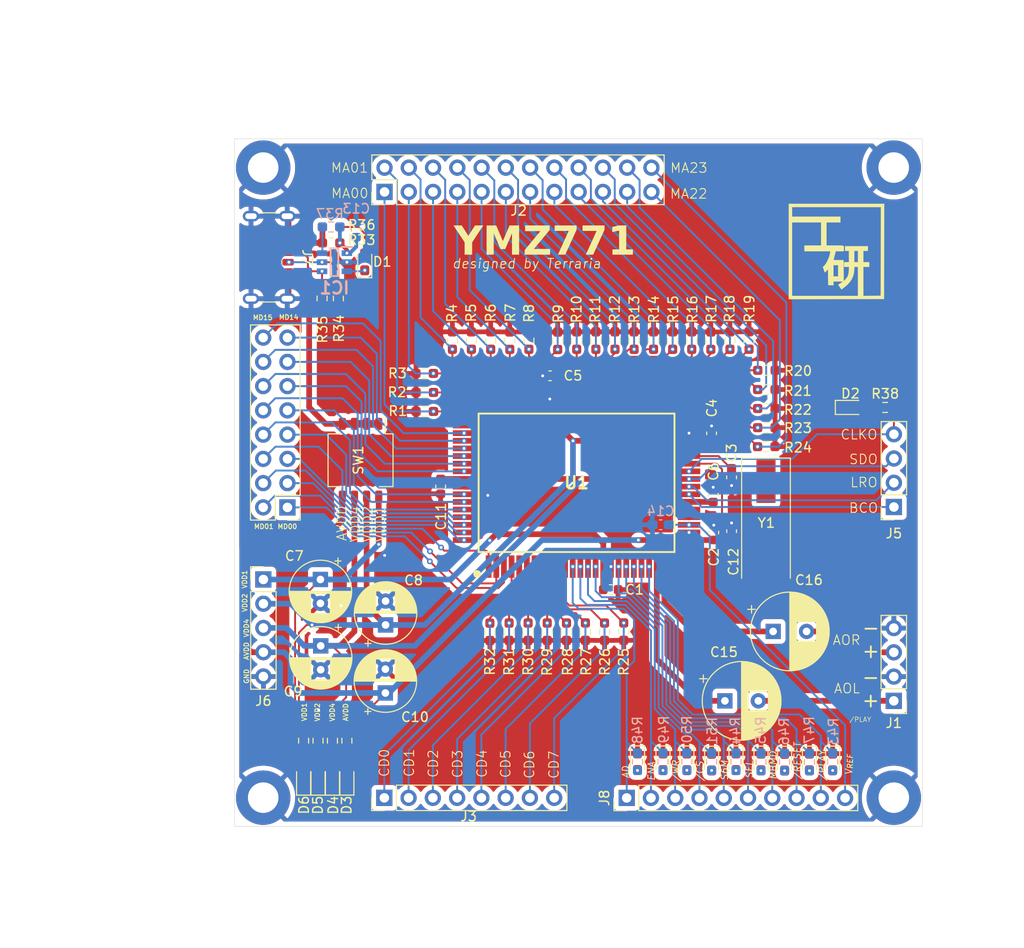
<source format=kicad_pcb>
(kicad_pcb (version 20241229) (generator "pcbnew") (generator_version "9.0")
  (layers (0 "F.Cu" signal) (2 "B.Cu" signal) (13 "F.Paste" user) (15 "B.Paste" user) (5 "F.SilkS" user "F.Silkscreen") (7 "B.SilkS" user "B.Silkscreen") (1 "F.Mask" user) (3 "B.Mask" user) (25 "Edge.Cuts" user))
  (net 0 "")
  (net 1 "GND")
  (net 2 "VDD1")
  (net 3 "AVDD")
  (net 4 "VDD2")
  (net 5 "VDD4")
  (net 6 "/MA08")
  (net 7 "/MA12")
  (net 8 "/MA14")
  (net 9 "/MA15")
  (net 10 "/MA09")
  (net 11 "/MA00")
  (net 12 "/MA18")
  (net 13 "/MA19")
  (net 14 "/MA02")
  (net 15 "/MA03")
  (net 16 "/MA06")
  (net 17 "/MA17")
  (net 18 "/MA22")
  (net 19 "/MA10")
  (net 20 "/MA13")
  (net 21 "/MA07")
  (net 22 "/MA04")
  (net 23 "/MA11")
  (net 24 "/MA21")
  (net 25 "/MA05")
  (net 26 "/MA01")
  (net 27 "/MA23")
  (net 28 "/MA20")
  (net 29 "/MA16")
  (net 30 "Net-(J3-Pin_4)")
  (net 31 "Net-(J3-Pin_1)")
  (net 32 "Net-(J3-Pin_7)")
  (net 33 "Net-(J3-Pin_2)")
  (net 34 "Net-(J3-Pin_6)")
  (net 35 "Net-(J3-Pin_5)")
  (net 36 "Net-(J3-Pin_3)")
  (net 37 "Net-(J3-Pin_8)")
  (net 38 "/MD10")
  (net 39 "/MD15")
  (net 40 "/MD12")
  (net 41 "/MD05")
  (net 42 "/MD04")
  (net 43 "/MD14")
  (net 44 "/MD02")
  (net 45 "/MD08")
  (net 46 "/MD09")
  (net 47 "/MD13")
  (net 48 "/MD11")
  (net 49 "/MD01")
  (net 50 "/MD06")
  (net 51 "/MD00")
  (net 52 "/MD07")
  (net 53 "/MD03")
  (net 54 "Net-(U1-XI)")
  (net 55 "Net-(U1-XO)")
  (net 56 "Net-(IC1-VDD)")
  (net 57 "Net-(IC1-CC1)")
  (net 58 "Net-(D1-K)")
  (net 59 "Net-(IC1-CC2)")
  (net 60 "Net-(IC1-CFG)")
  (net 61 "Net-(D1-A)")
  (net 62 "/AOR")
  (net 63 "/AOL")
  (net 64 "/MBMD")
  (net 65 "/AD")
  (net 66 "/{slash}PLAY")
  (net 67 "/S6M")
  (net 68 "/{slash}CS")
  (net 69 "/{slash}WR")
  (net 70 "/Vref")
  (net 71 "/{slash}RESET")
  (net 72 "/SEL")
  (net 73 "/ENA")
  (net 74 "/CLKO")
  (net 75 "/BCO")
  (net 76 "/LRO")
  (net 77 "/SDO")
  (net 78 "Net-(D2-A)")
  (net 79 "+5V")
  (net 80 "Net-(D3-A)")
  (net 81 "Net-(D4-A)")
  (net 82 "Net-(D5-A)")
  (net 83 "Net-(D6-A)")
  (net 84 "Net-(J1-Pin_1)")
  (net 85 "Net-(J1-Pin_3)")
  (net 86 "Net-(D7-A)")
  (net 87 "Net-(D8-A)")
  (net 88 "Net-(D9-A)")
  (net 89 "Net-(D10-A)")
  (net 90 "Net-(D11-A)")
  (net 91 "Net-(D12-A)")
  (net 92 "Net-(D13-A)")
  (net 93 "Net-(D14-A)")
  (net 94 "Net-(D15-A)")
  (footprint "Resistor_SMD:R_0603_1608Metric_Pad0.98x0.95mm_HandSolder" (layer "F.Cu") (at 130.73 126.6225 -90)
    (property "Reference" "R30")
    (property "Value" "10k")
  )
  (footprint "Capacitor_SMD:C_0603_1608Metric_Pad1.08x0.95mm_HandSolder" (layer "F.Cu") (at 152.03 110.4525 -90)
    (property "Reference" "C3")
    (property "Value" "20n" (hide yes))
  )
  (footprint "LED_SMD:LED_0603_1608Metric_Pad1.05x0.95mm_HandSolder" (layer "F.Cu") (at 107.23 142.075 90)
    (property "Reference" "D6")
    (property "Value" "LED_Small" (hide yes))
  )
  (footprint "Capacitor_SMD:C_0603_1608Metric" (layer "F.Cu") (at 150.165 116.235 90)
    (property "Reference" "C2")
    (property "Value" "C_Small" (hide yes))
  )
  (footprint "Resistor_SMD:R_0603_1608Metric_Pad0.98x0.95mm_HandSolder" (layer "F.Cu") (at 110.1125 84.23 180)
    (property "Reference" "R36")
    (property "Value" "100k")
  )
  (footprint "Capacitor_THT:CP_Radial_D8.0mm_P3.50mm" (layer "F.Cu") (at 156.377349 126.59)
    (property "Reference" "C16")
    (property "Value" "C_Polarized_Small" (hide yes))
  )
  (footprint "Capacitor_SMD:C_0603_1608Metric" (layer "F.Cu") (at 149.935 105.845 90)
    (property "Reference" "C4")
    (property "Value" "C_Small" (hide yes))
  )
  (footprint "Resistor_SMD:R_0603_1608Metric_Pad0.98x0.95mm_HandSolder" (layer "F.Cu") (at 136.73 126.6125 -90)
    (property "Reference" "R27")
    (property "Value" "10k")
  )
  (footprint "LED_SMD:LED_0603_1608Metric_Pad1.05x0.95mm_HandSolder" (layer "F.Cu") (at 164.55 103.13)
    (property "Reference" "D2")
    (property "Value" "LED_Small" (hide yes))
  )
  (footprint "Capacitor_THT:CP_Radial_D6.3mm_P2.50mm" (layer "F.Cu") (at 108.99 121.15 -90)
    (property "Reference" "C7")
    (property "Value" "C_Polarized_Small" (hide yes))
  )
  (footprint "LED_SMD:LED_0603_1608Metric_Pad1.05x0.95mm_HandSolder" (layer "F.Cu") (at 152.49 140.24 -90)
    (property "Reference" "D8" (hide yes))
    (property "Value" "LED_Small" (hide yes))
  )
  (footprint "LED_SMD:LED_0603_1608Metric_Pad1.05x0.95mm_HandSolder" (layer "F.Cu") (at 142.18 140.235 -90)
    (property "Reference" "D12" (hide yes))
    (property "Value" "LED_Small" (hide yes))
  )
  (footprint "Resistor_SMD:R_0603_1608Metric_Pad0.98x0.95mm_HandSolder" (layer "F.Cu") (at 138.73 126.6225 -90)
    (property "Reference" "R26")
    (property "Value" "10k")
  )
  (footprint "LED_SMD:LED_0603_1608Metric_Pad1.05x0.95mm_HandSolder" (layer "F.Cu") (at 157.58 140.285 -90)
    (property "Reference" "D10" (hide yes))
    (property "Value" "LED_Small" (hide yes))
  )
  (footprint "Resistor_SMD:R_0603_1608Metric_Pad0.98x0.95mm_HandSolder" (layer "F.Cu") (at 155.6725 101.26)
    (property "Reference" "R21")
    (property "Value" "10k")
  )
  (footprint "Resistor_SMD:R_0603_1608Metric_Pad0.98x0.95mm_HandSolder" (layer "F.Cu") (at 119.9125 103.55 180)
    (property "Reference" "R1")
    (property "Value" "10k")
  )
  (footprint "Capacitor_SMD:C_0603_1608Metric_Pad1.08x0.95mm_HandSolder" (layer "F.Cu") (at 152.03 116.09 90)
    (property "Reference" "C12")
    (property "Value" "20n" (hide yes))
  )
  (footprint "Resistor_SMD:R_0603_1608Metric_Pad0.98x0.95mm_HandSolder" (layer "F.Cu") (at 151.86 96.1275 90)
    (property "Reference" "R18")
    (property "Value" "10k")
  )
  (footprint "Resistor_SMD:R_0603_1608Metric_Pad0.98x0.95mm_HandSolder" (layer "F.Cu") (at 168.1075 103.13)
    (property "Reference" "R38")
    (property "Value" "100k" (hide yes))
  )
  (footprint "Resistor_SMD:R_0603_1608Metric_Pad0.98x0.95mm_HandSolder" (layer "F.Cu") (at 149.86 96.1375 90)
    (property "Reference" "R17")
    (property "Value" "10k")
  )
  (footprint "Resistor_SMD:R_0603_1608Metric_Pad0.98x0.95mm_HandSolder" (layer "F.Cu") (at 110.87 91.72 90)
    (property "Reference" "R34")
    (property "Value" "5.1k")
  )
  (footprint "LED_SMD:LED_0603_1608Metric_Pad1.05x0.95mm_HandSolder" (layer "F.Cu") (at 113.63 87.895 90)
    (property "Reference" "D1")
    (property "Value" "LED_Small")
  )
  (footprint "Resistor_SMD:R_0603_1608Metric_Pad0.98x0.95mm_HandSolder" (layer "F.Cu") (at 108.74 138.0325 90)
    (property "Reference" "R41" (hide yes))
    (property "Value" "100k" (hide yes))
  )
  (footprint "LED_SMD:LED_0603_1608Metric_Pad1.05x0.95mm_HandSolder" (layer "F.Cu") (at 155.11 140.26 -90)
    (property "Reference" "D9" (hide yes))
    (property "Value" "LED_Small" (hide yes))
  )
  (footprint "Resistor_SMD:R_0603_1608Metric_Pad0.98x0.95mm_HandSolder" (layer "F.Cu") (at 111.76 138.0325 90)
    (property "Reference" "R39" (hide yes))
    (property "Value" "100k" (hide yes))
  )
  (footprint "Resistor_SMD:R_0603_1608Metric_Pad0.98x0.95mm_HandSolder" (layer "F.Cu") (at 147.86 96.1275 90)
    (property "Reference" "R16")
    (property "Value" "10k")
  )
  (footprint "Resistor_SMD:R_0603_1608Metric_Pad0.98x0.95mm_HandSolder" (layer "F.Cu") (at 126.73 126.6325 -90)
    (property "Reference" "R32")
    (property "Value" "10k")
  )
  (footprint "Resistor_SMD:R_0603_1608Metric_Pad0.98x0.95mm_HandSolder" (layer "F.Cu") (at 155.6725 105.25)
    (property "Reference" "R23")
    (property "Value" "10k")
  )
  (footprint "Resistor_SMD:R_0603_1608Metric_Pad0.98x0.95mm_HandSolder" (layer "F.Cu") (at 124.795 96.1275 90)
    (property "Reference" "R5")
    (property "Value" "10k")
  )
  (footprint "MountingHole:MountingHole_3.2mm_M3_ISO7380_Pad" (layer "F.Cu") (at 169 78.01)
    (property "Reference" "REF**" (hide yes))
    (property "Value" "MountingHole_3.2mm_M3_ISO7380_Pad" (hide yes))
  )
  (footprint "Resistor_SMD:R_0603_1608Metric_Pad0.98x0.95mm_HandSolder" (layer "F.Cu") (at 135.815 96.1275 90)
    (property "Reference" "R10")
    (property "Value" "10k")
  )
  (footprint "MountingHole:MountingHole_3.2mm_M3_ISO7380_Pad" (layer "F.Cu") (at 103 78.01)
    (property "Reference" "REF**" (hide yes))
    (property "Value" "MountingHole_3.2mm_M3_ISO7380_Pad" (hide yes))
  )
  (footprint "Button_Switch_SMD:SW_DIP_SPSTx04_Slide_KingTek_DSHP04TS_W7.62mm_P1.27mm" (layer "F.Cu") (at 113.19 108.66 -90)
    (property "Reference" "SW1")
    (property "Value" "SW_DIP_x04")
  )
  (footprint "Resistor_SMD:R_0603_1608Metric_Pad0.98x0.95mm_HandSolder" (layer "F.Cu") (at 119.9125 101.56 180)
    (property "Reference" "R2")
    (property "Value" "10k")
  )
  (footprint "Capacitor_THT:CP_Radial_D8.0mm_P3.50mm" (layer "F.Cu") (at 151.33 133.86)
    (property "Reference" "C15")
    (property "Value" "C_Polarized_Small" (hide yes))
  )
  (footprint "Resistor_SMD:R_0603_1608Metric_Pad0.98x0.95mm_HandSolder" (layer "F.Cu") (at 140.74 126.6125 -90)
    (property "Reference" "R25")
    (property "Value" "10k")
  )
  (footprint "Connector_USB:USB_C_Receptacle_GCT_USB4125-xx-x_6P_TopMnt_Horizontal" (layer "F.Cu") (at 102.52 87.42 -90)
    (property "Reference" "J7")
    (property "Value" "USB_C_Receptacle_PowerOnly_6P")
  )
  (footprint "Resistor_SMD:R_0603_1608Metric_Pad0.98x0.95mm_HandSolder" (layer "F.Cu") (at 143.86 96.1275 90)
    (property "Reference" "R14")
    (property "Value" "10k")
  )
  (footprint "MountingHole:MountingHole_3.2mm_M3_ISO7380_Pad" (layer "F.Cu") (at 103 144)
    (property "Reference" "REF**" (hide yes))
    (property "Value" "MountingHole_3.2mm_M3_ISO7380_Pad" (hide yes))
  )
  (footprint "Resistor_SMD:R_0603_1608Metric_Pad0.98x0.95mm_HandSolder" (layer "F.Cu") (at 126.815 96.1275 90)
    (property "Reference" "R6")
    (property "Value" "10k")
  )
  (footprint "Connector_PinHeader_2.54mm:PinHeader_2x08_P2.54mm_Vertical" (layer "F.Cu") (at 105.54 113.6 180)
    (property "Reference" "J4" (hide yes))
    (property "Value" "Conn_02x08_Counter_Clockwise" (hide yes))
  )
  (footprint "LED_SMD:LED_0603_1608Metric_Pad1.05x0.95mm_HandSolder" (layer "F.Cu") (at 108.74 142.075 90)
    (property "Reference" "D5")
    (property "Value" "LED_Small" (hide yes))
  )
  (footprint "Capacitor_THT:CP_Radial_D6.3mm_P2.50mm" (layer "F.Cu") (at 115.79 133.04 90)
    (property "Reference" "C10")
    (property "Value" "C_Polarized_Small" (hide yes))
  )
  (footprint "Connector_PinHeader_2.54mm:PinHeader_1x08_P2.54mm_Vertical" (layer "F.Cu") (at 115.68 144.02 90)
    (property "Reference" "J3")
    (property "Value" "Conn_01x08_Pin" (hide yes))
  )
  (footprint "Resistor_SMD:R_0603_1608Metric_Pad0.98x0.95mm_HandSolder" (layer "F.Cu") (at 128.74 126.6225 -90)
    (property "Reference" "R31")
    (property "Value" "10k")
  )
  (footprint "Capacitor_SMD:C_0603_1608Metric" (layer "F.Cu") (at 121.575 111.395 -90)
    (property "Reference" "C11")
    (property "Value" "C_Small" (hide yes))
  )
  (footprint "Resistor_SMD:R_0603_1608Metric_Pad0.98x0.95mm_HandSolder" (layer "F.Cu") (at 139.825 96.1275 90)
    (property "Reference" "R12")
    (property "Value" "10k")
  )
  (footprint "Resistor_SMD:R_0603_1608Metric_Pad0.98x0.95mm_HandSolder" (layer "F.Cu") (at 119.9025 99.57 180)
    (property "Reference" "R3")
    (property "Value" "10k")
  )
  (footprint "Resistor_SMD:R_0603_1608Metric_Pad0.98x0.95mm_HandSolder" (layer "F.Cu") (at 107.23 138.0275 90)
    (property "Reference" "R42" (hide yes))
    (property "Value" "100k" (hide yes))
  )
  (footprint "Capacitor_THT:CP_Radial_D6.3mm_P2.50mm" (layer "F.Cu") (at 109.02 128.1 -90)
    (property "Reference" "C9")
    (property "Value" "C_Polarized_Small" (hide yes))
  )
  (footprint "Resistor_SMD:R_0603_1608Metric_Pad0.98x0.95mm_HandSolder" (layer "F.Cu") (at 122.805 96.1275 90)
    (property "Reference" "R4")
    (property "Value" "10k")
  )
  (footprint "LED_SMD:LED_0603_1608Metric_Pad1.05x0.95mm_HandSolder" (layer "F.Cu") (at 149.94 140.275 -90)
    (property "Reference" "D15" (hide yes))
    (property "Value" "LED_Small" (hide yes))
  )
  (footprint "Connector_PinSocket_2.54mm:PinSocket_1x04_P2.54mm_Vertical" (layer "F.Cu") (at 169.02 113.56 180)
    (property "Reference" "J5")
    (property "Value" "Conn_01x04_Pin" (hide yes))
  )
  (footprint "Capacitor_SMD:C_0603_1608Metric" (layer "F.Cu") (at 150.105 112.265 90)
    (property "Reference" "C6")
    (property "Value" "C_Small" (hide yes))
  )
  (footprint "Resistor_SMD:R_0603_1608Metric_Pad0.98x0.95mm_HandSolder" (layer "F.Cu") (at 130.815 96.1275 90)
    (property "Reference" "R8")
    (property "Value" "10k" (hide yes))
  )
  (footprint "YMZ771:YMZ771-F" (layer "F.Cu") (at 135.8 111.025 90)
    (property "Reference" "U1")
    (property "Value" "~" (hide yes))
  )
  (footprint "Connector_PinHeader_2.54mm:PinHeader_1x05_P2.54mm_Vertical" (layer "F.Cu") (at 103.02 121.15)
    (property "Reference" "J6")
    (property "Value" "Conn_01x05_Pin" (hide yes))
  )
  (footprint "MountingHole:MountingHole_3.2mm_M3_ISO7380_Pad" (layer "F.Cu") (at 169.01 144)
    (property "Reference" "REF**" (hide yes))
    (property "Value" "MountingHole_3.2mm_M3_ISO7380_Pad" (hide yes))
  )
  (footprint "LED_SMD:LED_0603_1608Metric_Pad1.05x0.95mm_HandSolder" (layer "F.Cu") (at 162.61 140.2625 -90)
    (property "Reference" "D7" (hide yes))
    (property "Value" "LED_Small" (hide yes))
  )
  (footprint "Resistor_SMD:R_0603_1608Metric_Pad0.98x0.95mm_HandSolder" (layer "F.Cu") (at 133.825 96.1475 90)
    (property "Reference" "R9")
    (property "Value" "10k")
  )
  (footprint "Capacitor_SMD:C_0603_1608Metric" (layer "F.Cu") (at 133.03 99.82 180)
    (property "Reference" "C5")
    (property "Value" "C_Small" (hide yes))
  )
  (footprint "Resistor_SMD:R_0603_1608Metric_Pad0.98x0.95mm_HandSolder" (layer "F.Cu") (at 155.6725 103.24)
    (property "Reference" "R22")
    (property "Value" "10k")
  )
  (footprint "Resistor_SMD:R_0603_1608Metric_Pad0.98x0.95mm_HandSolder" (layer "F.Cu") (at 137.825 96.1275 90)
    (property "Reference" "R11")
    (property "Value" "10k")
  )
  (footprint "Resistor_SMD:R_0603_1608Metric_Pad0.98x0.95mm_HandSolder" (layer "F.Cu") (at 145.86 96.1275 90)
    (property "Reference" "R15")
    (property "Value" "10k")
  )
  (footprint "LED_SMD:LED_0603_1608Metric_Pad1.05x0.95mm_HandSolder" (layer "F.Cu") (at 147.35 140.245 -90)
    (property "Reference" "D14" (hide yes))
    (property "Value" "LED_Small" (hide yes))
  )
  (footprint "kokenlogo:kokenlogo10mm" (layer "F.Cu") (at 162.991676 86.781676)
    (property "Reference" "G***" (hide yes))
    (property "Value" "LOGO" (hide yes))
  )
  (footprint "Capacitor_THT:CP_Radial_D6.3mm_P2.50mm" (layer "F.Cu") (at 115.81 125.912379 90)
    (property "Reference" "C8")
    (property "Value" "C_Polarized_Small" (hide yes))
  )
  (footprint "Connector_PinHeader_2.54mm:PinHeader_1x10_P2.54mm_Vertical" (layer "F.Cu") (at 141.05 144.03 90)
    (property "Reference" "J8")
    (property "Value" "Conn_01x10_Pin" (hide yes))
  )
  (footprint "LED_SMD:LED_0603_1608Metric_Pad1.05x0.95mm_HandSolder" (layer "F.Cu") (at 110.25 142.075 90)
    (property "Reference" "D4")
    (property "Value" "LED_Small" (hide yes))
  )
  (footprint "Resistor_SMD:R_0603_1608Metric_Pad0.98x0.95mm_HandSolder" (layer "F.Cu") (at 155.6825 99.24)
    (property "Reference" "R20")
    (property "Value" "10k")
  )
  (footprint "Connector_PinHeader_2.54mm:PinHeader_2x12_P2.54mm_Vertical" (layer "F.Cu") (at 115.7 80.56 90)
    (property "Reference" "J2")
    (property "Value" "Conn_02x12_Counter_Clockwise")
  )
  (footprint "Resistor_SMD:R_0603_1608Metric_Pad0.98x0.95mm_HandSolder" (layer "F.Cu") (at 153.86 96.1175 90)
    (property "Reference" "R19")
    (property "Value" "10k")
  )
  (footprint "LED_SMD:LED_0603_1608Metric_Pad1.05x0.95mm_HandSolder" (layer "F.Cu") (at 111.76 142.075 90)
    (property "Reference" "D3")
    (property "Value" "LED_Small" (hide yes))
  )
  (footprint "Resistor_SMD:R_0603_1608Metric_Pad0.98x0.95mm_HandSolder" (layer "F.Cu") (at 110.25 138.0325 90)
    (property "Reference" "R40" (hide yes))
    (property "Value" "100k" (hide yes))
  )
  (footprint "Capacitor_SMD:C_0603_1608Metric" (layer "F.Cu") (at 139.375 122.21)
    (property "Reference" "C1")
    (property "Value" "C_Small" (hide yes))
  )
  (footprint "Resistor_SMD:R_0603_1608Metric_Pad0.98x0.95mm_HandSolder" (layer "F.Cu") (at 141.825 96.1275 90)
    (property "Reference" "R13")
    (property "Value" "10k")
  )
  (footprint "Connector_PinHeader_2.54mm:PinHeader_1x04_P2.54mm_Vertical" (layer "F.Cu") (at 169.01 133.86 180)
    (property "Reference" "J1")
    (property "Value" "Conn_01x04_Pin")
  )
  (footprint "Resistor_SMD:R_0603_1608Metric_Pad0.98x0.95mm_HandSolder" (layer "F.Cu") (at 110.1125 85.9)
    (property "Reference" "R33")
    (property "Value" "1k")
  )
  (footprint "LED_SMD:LED_0603_1608Metric_Pad1.05x0.95mm_HandSolder" (layer "F.Cu") (at 160.18 140.2625 -90)
    (property "Reference" "D11" (hide yes))
    (property "Value" "LED_Small" (hide yes))
  )
  (footprint "Resistor_SMD:R_0603_1608Metric_Pad0.98x0.95mm_HandSolder" (layer "F.Cu") (at 128.815 96.1375 90)
    (property "Reference" "R7")
    (property "Value" "10k")
  )
  (footprint "Resistor_SMD:R_0603_1608Metric_Pad0.98x0.95mm_HandSolder" (layer "F.Cu") (at 109.16 91.7125 90)
    (property "Reference" "R35")
    (property "Value" "5.1k")
  )
  (footprint "Resistor_SMD:R_0603_1608Metric_Pad0.98x0.95mm_HandSolder" (layer "F.Cu") (at 132.73 126.6225 -90)
    (property "Reference" "R29")
    (property "Value" "10k")
  )
  (footprint "Resistor_SMD:R_0603_1608Metric_Pad0.98x0.95mm_HandSolder" (layer "F.Cu") (at 155.6625 107.24)
    (property "Reference" "R24")
    (property "Value" "10k")
  )
  (footprint "LED_SMD:LED_0603_1608Metric_Pad1.05x0.95mm_HandSolder" (layer "F.Cu") (at 144.85 140.245 -90)
    (property "Reference" "D13" (hide yes))
    (property "Value" "LED_Small" (hide yes))
  )
  (footprint "Crystal:Crystal_SMD_HC49-SD" (layer "F.Cu") (at 155.63 115.13 -90)
    (property "Reference" "Y1")
    (property "Value" "Crystal" (hide yes))
  )
  (footprint "Resistor_SMD:R_0603_1608Metric_Pad0.98x0.95mm_HandSolder" (layer "F.Cu") (at 134.75 126.6225 -90)
    (property "Reference" "R28")
    (property "Value" "10k")
  )
  (footprint "Capacitor_SMD:C_0603_1608Metric" (layer "B.Cu") (at 112.74 84.525 90)
    (property "Reference" "C13")
    (property "Value" "C_Small")
  )
  (footprint "Resistor_SMD:R_0603_1608Metric_Pad0.98x0.95mm_HandSolder" (layer "B.Cu") (at 110.11 84.23)
    (property "Reference" "R37")
    (property "Value" "10k")
  )
  (footprint "Resistor_SMD:R_0603_1608Metric_Pad0.98x0.95mm_HandSolder" (layer "B.Cu") (at 149.94 140.24 90)
    (property "Reference" "R51")
    (property "Value" "100k")
  )
  (footprint "Resistor_SMD:R_0603_1608Metric_Pad0.98x0.95mm_HandSolder" (layer "B.Cu") (at 155.11 140.26 90)
    (property "Reference" "R45")
    (property "Value" "100k")
  )
  (footprint "Resistor_SMD:R_0603_1608Metric_Pad0.98x0.95mm_HandSolder" (layer "B.Cu") (at 160.18 140.2625 90)
    (property "Reference" "R47")
    (property "Value" "100k")
  )
  (footprint "Resistor_SMD:R_0603_1608Metric_Pad0.98x0.95mm_HandSolder" (layer "B.Cu") (at 162.61 140.24 90)
    (property "Reference" "R43")
    (property "Value" "100k" (hide yes))
  )
  (footprint "Resistor_SMD:R_0603_1608Metric_Pad0.98x0.95mm_HandSolder" (layer "B.Cu") (at 142.18 140.2375 90)
    (property "Reference" "R48")
    (property "Value" "100k")
  )
  (footprint "Resistor_SMD:R_0603_1608Metric_Pad0.98x0.95mm_HandSolder" (layer "B.Cu") (at 147.35 140.22 90)
    (property "Reference" "R50")
    (property "Value" "100k")
  )
  (footprint "Resistor_SMD:R_0603_1608Metric_Pad0.98x0.95mm_HandSolder" (layer "B.Cu") (at 157.58 140.2625 90)
    (property "Reference" "R46")
    (property "Value" "100k")
  )
  (footprint "Resistor_SMD:R_0603_1608Metric_Pad0.98x0.95mm_HandSolder" (layer "B.Cu") (at 144.85 140.2325 90)
    (property "Reference" "R49")
    (property "Value" "100k")
  )
  (footprint "Resistor_SMD:R_0603_1608Metric_Pad0.98x0.95mm_HandSolder" (layer "B.Cu") (at 152.49 140.24 90)
    (property "Reference" "R44")
    (property "Value" "100k")
  )
  (footprint "Capacitor_SMD:C_0603_1608Metric_Pad1.08x0.95mm_HandSolder" (layer "B.Cu") (at 144.6025 115.42 180)
    (property "Reference" "C14")
    (property "Value" "20n")
  )
  (footprint "YMZ771:SOT95P280X120-6N" (layer "B.Cu") (at 110.46 87.92 180)
    (property "Reference" "IC1")
    (property "Value" "CH221K" (hide yes))
  )
  (gr_rect (start 100 75) (end 172 147) (stroke (width 0.05)) (fill no) (layer "Edge.Cuts"))
  (gr_text "AOR\n" (at 162.55 128.08 0) (layer "F.SilkS") (effects (font (size 1 1) (thickness 0.1)) (justify left bottom)))
  (gr_text "MD00" (at 104.45 115.9 0) (layer "F.SilkS") (effects (font (size 0.5 0.5) (thickness 0.1)) (justify left bottom)))
  (gr_text "ENA" (at 144.05 142.27 90) (layer "F.SilkS") (effects (font (size 0.7 0.7) (thickness 0.0875) (italic yes)) (justify left bottom)))
  (gr_text "GND" (at 101.55 132.12 90) (layer "F.SilkS") (effects (font (size 0.5 0.5) (thickness 0.1) (bold yes)) (justify left bottom)))
  (gr_text "CD2\n" (at 121.38 141.98 90) (layer "F.SilkS") (effects (font (size 1 1) (thickness 0.1)) (justify left bottom)))
  (gr_text "VDD2" (at 101.37 124.61 90) (layer "F.SilkS") (effects (font (size 0.5 0.5) (thickness 0.1)) (justify left bottom)))
  (gr_text "+\n-" (at 167.65 130.71 180) (layer "F.SilkS") (effects (font (size 1.5 1.5) (thickness 0.1875)) (justify left bottom)))
  (gr_text "SDO\n" (at 164.27 109.15 0) (layer "F.SilkS") (effects (font (size 1 1) (thickness 0.1)) (justify left bottom)))
  (gr_text "VDD4" (at 110.53 136.08 90) (layer "F.SilkS") (effects (font (size 0.5 0.5) (thickness 0.1)) (justify left bottom)))
  (gr_text "AVDD" (at 101.54 129.64 90) (layer "F.SilkS") (effects (font (size 0.5 0.5) (thickness 0.1)) (justify left bottom)))
  (gr_text "/PLAY" (at 164.31 136.11 0) (layer "F.SilkS") (effects (font (size 0.5 0.5) (thickness 0.0625)) (justify left bottom)))
  (gr_text "SEL" (at 154.3 142.03 90) (layer "F.SilkS") (effects (font (size 0.7 0.7) (thickness 0.0875) (italic yes)) (justify left bottom)))
  (gr_text "CD5" (at 128.96 142.01 90) (layer "F.SilkS") (effects (font (size 1 1) (thickness 0.1)) (justify left bottom)))
  (gr_text "BCO" (at 164.25 114.25 0) (layer "F.SilkS") (effects (font (size 1 1) (thickness 0.1)) (justify left bottom)))
  (gr_text "YMZ771" (at 122.96 87.64 0) (layer "F.SilkS") (effects (font (size 3 3) (thickness 0.3) (bold yes) (italic yes)) (justify left bottom)))
  (gr_text "/CS" (at 149.12 142.32 90) (layer "F.SilkS") (effects (font (size 0.7 0.7) (thickness 0.0875) (italic yes)) (justify left bottom)))
  (gr_text "/WR\n" (at 146.62 142.36 90) (layer "F.SilkS") (effects (font (size 0.7 0.7) (thickness 0.0875) (italic yes)) (justify left bottom)))
  (gr_text "VDD4" (at 101.54 127.26 90) (layer "F.SilkS") (effects (font (size 0.5 0.5) (thickness 0.1)) (justify left bottom)))
  (gr_text "MA01\n" (at 110.03 78.62 0) (layer "F.SilkS") (effects (font (size 1 1) (thickness 0.1)) (justify left bottom)))
  (gr_text "MD15" (at 101.87 94.01 0) (layer "F.SilkS") (effects (font (size 0.5 0.5) (thickness 0.1)) (justify left bottom)))
  (gr_text "MA23" (at 145.54 78.63 0) (layer "F.SilkS") (effects (font (size 1 1) (thickness 0.1)) (justify left bottom)))
  (gr_text "MD14" (at 104.6 93.98 0) (layer "F.SilkS") (effects (font (size 0.5 0.5) (thickness 0.1)) (justify left bottom)))
  (gr_text "VDD1" (at 115.83 117.32 90) (layer "F.SilkS") (effects (font (size 1 1) (thickness 0.1)) (justify left bottom)))
  (gr_text "VDD2" (at 108.97 136.08 90) (layer "F.SilkS") (effects (font (size 0.5 0.5) (thickness 0.1)) (justify left bottom)))
  (gr_text "AOL" (at 162.69 133.15 0) (layer "F.SilkS") (effects (font (size 1 1) (thickness 0.1)) (justify left bottom)))
  (gr_text "CD3" (at 123.93 142.01 90) (layer "F.SilkS") (effects (font (size 1 1) (thickness 0.1)) (justify left bottom)))
  (gr_text "AVDD" (at 111.93 136.05 90) (layer "F.SilkS") (effects (font (size 0.5 0.5) (thickness 0.1)) (justify left bottom)))
  (gr_text "VDD2" (at 114.53 117.32 90) (layer "F.SilkS") (effects (font (size 1 1) (thickness 0.1)) (justify left bottom)))
  (gr_text "CD6" (at 131.45 142.08 90) (layer "F.SilkS") (effects (font (size 1 1) (thickness 0.1)) (justify left bottom)))
  (gr_text "MA22" (at 145.52 81.34 0) (layer "F.SilkS") (effects (font (size 1 1) (thickness 0.1)) (justify left bottom)))
  (gr_text "MA00" (at 110.05 81.29 0) (layer "F.SilkS") (effects (font (size 1 1) (thickness 0.1)) (justify left bottom)))
  (gr_text "MD01" (at 101.99 115.9 0) (layer "F.SilkS") (effects (font (size 0.5 0.5) (thickness 0.1)) (justify left bottom)))
  (gr_text "AD\n" (at 141.37 142.01 90) (layer "F.SilkS") (effects (font (size 0.7 0.7) (thickness 0.0875) (italic yes)) (justify left bottom)))
  (gr_text "MBMD" (at 156.8 142.16 90) (layer "F.SilkS") (effects (font (size 0.7 0.7) (thickness 0.0875) (italic yes)) (justify left bottom)))
  (gr_text "LRO\n" (at 164.39 111.57 0) (layer "F.SilkS") (effects (font (size 1 1) (thickness 0.1)) (justify left bottom)))
  (gr_text "VDD1" (at 107.6 136.05 90) (layer "F.SilkS") (effects (font (size 0.5 0.5) (thickness 0.1)) (justify left bottom)))
  (gr_text "S6M" (at 151.71 142.26 90) (layer "F.SilkS") (effects (font (size 0.7 0.7) (thickness 0.0875) (italic yes)) (justify left bottom)))
  (gr_text "VDD4" (at 113.22 117.32 90) (layer "F.SilkS") (effects (font (size 1 1) (thickness 0.1)) (justify left bottom)))
  (gr_text "designed by Terraria" (at 122.74 88.65 0) (layer "F.SilkS") (effects (font (size 1 1) (thickness 0.1) (italic yes)) (justify left bottom)))
  (gr_text "V_{REF}" (at 164.71 141.65 90) (layer "F.SilkS") (effects (font (size 0.7 0.7) (thickness 0.0875) (italic yes)) (justify left bottom)))
  (gr_text "CD1\n" (at 118.87 141.9 90) (layer "F.SilkS") (effects (font (size 1 1) (thickness 0.1)) (justify left bottom)))
  (gr_text "CD7" (at 134.01 142.09 90) (layer "F.SilkS") (effects (font (size 1 1) (thickness 0.1)) (justify left bottom)))
  (gr_text "/RESET" (at 159.33 142.15 90) (layer "F.SilkS") (effects (font (size 0.7 0.7) (thickness 0.0875) (italic yes)) (justify left bottom)))
  (gr_text "/PLAY" (at 161.94 142.27 90) (layer "F.SilkS") (effects (font (size 0.7 0.7) (thickness 0.0875) (italic yes)) (justify left bottom)))
  (gr_text "+\n-" (at 167.66 125.54 180) (layer "F.SilkS") (effects (font (size 1.5 1.5) (thickness 0.1875)) (justify left bottom)))
  (gr_text "VDD1" (at 101.35 122.16 90) (layer "F.SilkS") (effects (font (size 0.5 0.5) (thickness 0.1)) (justify left bottom)))
  (gr_text "CLKO\n" (at 163.37 106.56 0) (layer "F.SilkS") (effects (font (size 1 1) (thickness 0.1)) (justify left bottom)))
  (gr_text "CD4" (at 126.49 141.98 90) (layer "F.SilkS") (effects (font (size 1 1) (thickness 0.1)) (justify left bottom)))
  (gr_text "AVDD" (at 111.81 117.18 90) (layer "F.SilkS") (effects (font (size 1 1) (thickness 0.1)) (justify left bottom)))
  (gr_text "CD0" (at 116.26 141.9 90) (layer "F.SilkS") (effects (font (size 1 1) (thickness 0.1)) (justify left bottom)))
  (segment (start 125.595 111.425) (end 126.51 112.34) (width 0.6) (layer "F.Cu") (net 1))
  (segment (start 124.025 111.425) (end 125.595 111.425) (width 0.6) (layer "F.Cu") (net 1))
  (via (at 147.575 105.825) (size 0.6) (drill 0.3) (layers "F.Cu" "B.Cu") (net 1))
  (via (at 115.71 118.63) (size 0.6) (drill 0.3) (layers "F.Cu" "B.Cu") (net 1))
  (via (at 133 102.25) (size 0.6) (drill 0.3) (layers "F.Cu" "B.Cu") (net 1))
  (via (at 139.4 119.8) (size 0.6) (drill 0.3) (layers "F.Cu" "B.Cu") (net 1))
  (via (at 152.03 115.2275) (size 0.6) (drill 0.3) (layers "F.Cu" "B.Cu") (net 1))
  (via (at 149.935 105.07) (size 0.6) (drill 0.3) (layers "F.Cu" "B.Cu") (net 1))
  (via (at 152.03 111.315) (size 0.6) (drill 0.3) (layers "F.Cu" "B.Cu") (net 1))
  (via (at 111.76 87.92) (size 0.6) (drill 0.3) (layers "F.Cu" "B.Cu") (net 1))
  (via (at 147.575 116.225) (size 0.6) (drill 0.3) (layers "F.Cu" "B.Cu") (net 1))
  (via (at 150.105 111.49) (size 0.6) (drill 0.3) (layers "F.Cu" "B.Cu") (net 1))
  (via (at 150.165 115.46) (size 0.6) (drill 0.3) (layers "F.Cu" "B.Cu") (net 1))
  (via (at 132.255 99.82) (size 0.6) (drill 0.3) (layers "F.Cu" "B.Cu") (net 1))
  (via (at 126.51 112.34) (size 0.6) (drill 0.3) (layers "F.Cu" "B.Cu") (net 1))
  (via (at 108.8 134.81) (size 0.6) (drill 0.3) (layers "F.Cu" "B.Cu") (net 1))
  (via (at 111.15 123.89) (size 0.6) (drill 0.3) (layers "F.Cu" "B.Cu") (net 1))
  (segment (start 115.095 117.475) (end 115.09 117.48) (width 0.6) (layer "F.Cu") (net 2))
  (segment (start 137.89 116.65) (end 137.65 116.41) (width 0.6) (layer "F.Cu") (net 2))
  (segment (start 115.095 112.47) (end 115.095 117.475) (width 0.6) (layer "F.Cu") (net 2))
  (segment (start 138.6 119.8) (end 138.6 117.36) (width 0.6) (layer "F.Cu") (net 2))
  (segment (start 128.54 116.41) (end 127.37 116.41) (width 0.6) (layer "F.Cu") (net 2))
  (segment (start 138.6 117.36) (end 137.89 116.65) (width 0.6) (layer "F.Cu") (net 2))
  (segment (start 106.34 123.8) (end 108.99 121.15) (width 0.2) (layer "F.Cu") (net 2))
  (segment (start 107.23 137.115) (end 106.34 136.225) (width 0.2) (layer "F.Cu") (net 2))
  (segment (start 127.37 116.41) (end 126.71 117.07) (width 0.6) (layer "F.Cu") (net 2))
  (segment (start 137.65 116.41) (end 128.54 116.41) (width 0.6) (layer "F.Cu") (net 2))
  (segment (start 106.34 136.225) (end 106.34 123.8) (width 0.2) (layer "F.Cu") (net 2))
  (segment (start 138.6 122.21) (end 138.6 119.8) (width 0.6) (layer "F.Cu") (net 2))
  (via (at 115.09 117.48) (size 0.6) (drill 0.3) (layers "F.Cu" "B.Cu") (net 2))
  (via (at 126.71 117.07) (size 0.6) (drill 0.3) (layers "F.Cu" "B.Cu") (net 2))
  (segment (start 122.63 121.15) (end 126.71 117.07) (width 0.6) (layer "B.Cu") (net 2))
  (segment (start 111.42 121.15) (end 108.99 121.15) (width 0.6) (layer "B.Cu") (net 2))
  (segment (start 108.99 121.15) (end 103.02 121.15) (width 0.6) (layer "B.Cu") (net 2))
  (segment (start 115.09 117.48) (end 111.42 121.15) (width 0.6) (layer "B.Cu") (net 2))
  (segment (start 108.99 121.15) (end 122.63 121.15) (width 0.6) (layer "B.Cu") (net 2))
  (segment (start 111.285 114.975) (end 111.285 112.47) (width 0.6) (layer "F.Cu") (net 3))
  (segment (start 142.27 117.025) (end 150.15 117.025) (width 0.6) (layer "F.Cu") (net 3))
  (segment (start 101.03 118.71) (end 102.5 117.24) (width 0.6) (layer "F.Cu") (net 3))
  (segment (start 102.5 117.24) (end 109.02 117.24) (width 0.6) (layer "F.Cu") (net 3))
  (segment (start 111.76 137.12) (end 111.76 137.07) (width 0.2) (layer "F.Cu") (net 3))
  (segment (start 150.15 117.025) (end 150.165 117.01) (width 0.6) (layer "F.Cu") (net 3))
  (segment (start 111.76 137.07) (end 115.79 133.04) (width 0.2) (layer "F.Cu") (net 3))
  (segment (start 101.8 128.77) (end 101.03 128) (width 0.6) (layer "F.Cu") (net 3))
  (segment (start 109.02 117.24) (end 111.285 114.975) (width 0.6) (layer "F.Cu") (net 3))
  (segment (start 103.02 128.77) (end 101.8 128.77) (width 0.6) (layer "F.Cu") (net 3))
  (segment (start 101.03 128) (end 101.03 118.71) (width 0.6) (layer "F.Cu") (net 3))
  (via (at 142.27 117.025) (size 0.6) (drill 0.3) (layers "F.Cu" "B.Cu") (net 3))
  (segment (start 132.175 117.025) (end 116.16 133.04) (width 0.6) (layer "B.Cu") (net 3))
  (segment (start 105.87 132.15) (end 105.87 129.46) (width 0.6) (layer "B.Cu") (net 3))
  (segment (start 142.27 117.025) (end 132.175 117.025) (width 0.6) (layer "B.Cu") (net 3))
  (segment (start 115.79 133.04) (end 106.76 133.04) (width 0.6) (layer "B.Cu") (net 3))
  (segment (start 105.18 128.77) (end 103.02 128.77) (width 0.6) (layer "B.Cu") (net 3))
  (segment (start 106.76 133.04) (end 105.87 132.15) (width 0.6) (layer "B.Cu") (net 3))
  (segment (start 105.87 129.46) (end 105.18 128.77) (width 0.6) (layer "B.Cu") (net 3))
  (segment (start 116.16 133.04) (end 115.79 133.04) (width 0.6) (layer "B.Cu") (net 3))
  (segment (start 135.425 106.625) (end 147.575 106.625) (width 0.6) (layer "F.Cu") (net 4))
  (segment (start 106.741 135.121) (end 106.741 126.719) (width 0.2) (layer "F.Cu") (net 4))
  (segment (start 113.825 123.927379) (end 115.81 125.912379) (width 0.6) (layer "F.Cu") (net 4))
  (segment (start 133.8 102.25) (end 133.8 99.825) (width 0.6) (layer "F.Cu") (net 4))
  (segment (start 135.425 106.625) (end 133.8 105) (width 0.6) (layer "F.Cu") (net 4))
  (segment (start 113.825 112.47) (end 113.825 123.927379) (width 0.6) (layer "F.Cu") (net 4))
  (segment (start 149.93 106.625) (end 149.935 106.62) (width 0.6) (layer "F.Cu") (net 4))
  (segment (start 106.741 126.719) (end 107.547621 125.912379) (width 0.2) (layer "F.Cu") (net 4))
  (segment (start 147.575 106.625) (end 149.93 106.625) (width 0.6) (layer "F.Cu") (net 4))
  (segment (start 133.8 99.825) (end 133.805 99.82) (width 0.6) (layer "F.Cu") (net 4))
  (segment (start 107.547621 125.912379) (end 108.112379 125.912379) (width 0.2) (layer "F.Cu") (net 4))
  (segment (start 108.74 137.12) (end 106.741 135.121) (width 0.2) (layer "F.Cu") (net 4))
  (segment (start 133.8 105) (end 133.8 102.25) (width 0.6) (layer "F.Cu") (net 4))
  (via (at 135.425 106.625) (size 0.6) (drill 0.3) (layers "F.Cu" "B.Cu") (net 4))
  (via (at 108.112379 125.912379) (size 0.6) (drill 0.3) (layers "F.Cu" "B.Cu") (net 4))
  (segment (start 105.89 123.69) (end 103.02 123.69) (width 0.6) (layer "B.Cu") (net 4))
  (segment (start 115.81 125.912379) (end 119.907621 125.912379) (width 0.6) (layer "B.Cu") (net 4))
  (segment (start 108.112379 125.912379) (end 105.89 123.69) (width 0.6) (layer "B.Cu") (net 4))
  (segment (start 115.81 125.912379) (end 108.112379 125.912379) (width 0.6) (layer "B.Cu") (net 4))
  (segment (start 114.55 125.912379) (end 115.81 125.912379) (width 0.6) (layer "B.Cu") (net 4))
  (segment (start 135.425 110.395) (end 135.425 106.625) (width 0.6) (layer "B.Cu") (net 4))
  (segment (start 119.907621 125.912379) (end 135.425 110.395) (width 0.6) (layer "B.Cu") (net 4))
  (segment (start 110.23 128.1) (end 109.02 128.1) (width 0.2) (layer "F.Cu") (net 5))
  (segment (start 124.025 110.625) (end 121.58 110.625) (width 0.6) (layer "F.Cu") (net 5))
  (segment (start 147.575 107.425) (end 144.605 107.425) (width 0.6) (layer "F.Cu") (net 5))
  (segment (start 112.55 112.475) (end 112.555 112.47) (width 0.6) (layer "F.Cu") (net 5))
  (segment (start 124.04 110.625) (end 136.34 110.625) (width 0.6) (layer "F.Cu") (net 5))
  (segment (start 144.605 107.425) (end 143.43 108.6) (width 0.6) (layer "F.Cu") (net 5))
  (segment (start 143.43 108.6) (end 143.43 110.625) (width 0.6) (layer "F.Cu") (net 5))
  (segment (start 111.68 129.55) (end 110.23 128.1) (width 0.2) (layer "F.Cu") (net 5))
  (segment (start 111.04 128.1) (end 109.02 128.1) (width 0.6) (layer "F.Cu") (net 5))
  (segment (start 110.25 134.92) (end 111.68 133.49) (width 0.2) (layer "F.Cu") (net 5))
  (segment (start 136.34 110.625) (end 143.43 110.625) (width 0.6) (layer "F.Cu") (net 5))
  (segment (start 111.68 133.49) (end 111.68 129.55) (width 0.2) (layer "F.Cu") (net 5))
  (segment (start 145.395 112.59) (end 145.175 112.37) (width 0.6) (layer "F.Cu") (net 5))
  (segment (start 150.09 113.025) (end 150.105 113.04) (width 0.6) (layer "F.Cu") (net 5))
  (segment (start 143.43 110.625) (end 145.395 112.59) (width 0.6) (layer "F.Cu") (net 5))
  (segment (start 112.55 126.59) (end 111.04 128.1) (width 0.6) (layer "F.Cu") (net 5))
  (segment (start 112.55 112.475) (end 112.55 126.59) (width 0.6) (layer "F.Cu") (net 5))
  (segment (start 121.58 110.625) (end 121.575 110.62) (width 0.6) (layer "F.Cu") (net 5))
  (segment (start 147.575 113.025) (end 145.83 113.025) (width 0.6) (layer "F.Cu") (net 5))
  (segment (start 147.575 114.625) (end 147.575 113.025) (width 0.6) (layer "F.Cu") (net 5))
  (segment (start 124.025 110.625) (end 124.04 110.625) (width 0.6) (layer "F.Cu") (net 5))
  (segment (start 110.25 137.12) (end 110.25 134.92) (width 0.2) (layer "F.Cu") (net 5))
  (segment (start 147.575 113.025) (end 150.09 113.025) (width 0.6) (layer "F.Cu") (net 5))
  (segment (start 145.83 113.025) (end 145.395 112.59) (width 0.6) (layer "F.Cu") (net 5))
  (via (at 136.34 110.625) (size 0.6) (drill 0.3) (layers "F.Cu" "B.Cu") (net 5))
  (segment (start 109.02 128.1) (end 118.865 128.1) (width 0.6) (layer "B.Cu") (net 5))
  (segment (start 103.02 126.23) (end 103.03 126.22) (width 0.6) (layer "B.Cu") (net 5))
  (segment (start 118.865 128.1) (end 136.34 110.625) (width 0.6) (layer "B.Cu") (net 5))
  (segment (start 107.3 128.1) (end 109.02 128.1) (width 0.6) (layer "B.Cu") (net 5))
  (segment (start 105.42 126.22) (end 107.3 128.1) (width 0.6) (layer "B.Cu") (net 5))
  (segment (start 103.03 126.22) (end 105.42 126.22) (width 0.6) (layer "B.Cu") (net 5))
  (segment (start 132.885 100.67) (end 133.045 100.51) (width 0.2) (layer "F.Cu") (net 6))
  (segment (start 132.37 100.67) (end 132.885 100.67) (width 0.2) (layer "F.Cu") (net 6))
  (segment (start 133.045 100.51) (end 133.045 97.84) (width 0.2) (layer "F.Cu") (net 6))
  (segment (start 132.2 102.25) (end 132.2 100.84) (width 0.2) (layer "F.Cu") (net 6))
  (segment (start 132.2 100.84) (end 132.37 100.67) (width 0.2) (layer "F.Cu") (net 6))
  (segment (start 133.045 97.84) (end 133.825 97.06) (width 0.2) (layer "F.Cu") (net 6))
  (via (at 133.825 97.06) (size 0.6) (drill 0.3) (layers "F.Cu" "B.Cu") (net 6))
  (segment (start 133.825 94.505) (end 125.86 86.54) (width 0.2) (layer "B.Cu") (net 6))
  (segment (start 125.86 86.54) (end 125.86 80.56) (width 0.2) (layer "B.Cu") (net 6))
  (segment (start 133.825 97.06) (end 133.825 94.505) (width 0.2) (layer "B.Cu") (net 6))
  (segment (start 137 102.25) (end 137 100.8171) (width 0.2) (layer "F.Cu") (net 7))
  (segment (start 139.919 98.401) (end 141.28 97.04) (width 0.2) (layer "F.Cu") (net 7))
  (segment (start 141.28 97.04) (end 141.825 97.04) (width 0.2) (layer "F.Cu") (net 7))
  (segment (start 137 100.8171) (end 139.4161 98.401) (width 0.2) (layer "F.Cu") (net 7))
  (segment (start 139.4161 98.401) (end 139.919 98.401) (width 0.2) (layer "F.Cu") (net 7))
  (via (at 141.825 97.04) (size 0.6) (drill 0.3) (layers "F.Cu" "B.Cu") (net 7))
  (segment (start 141.825 94.225) (end 130.94 83.34) (width 0.2) (layer "B.Cu") (net 7))
  (segment (start 130.94 83.34) (end 130.94 80.56) (width 0.2) (layer "B.Cu") (net 7))
  (segment (start 141.825 97.04) (end 141.825 94.225) (width 0.2) (layer "B.Cu") (net 7))
  (segment (start 143.392866 97.8285) (end 144.327134 97.8285) (width 0.2) (layer "F.Cu") (net 8))
  (segment (start 145.0715 97.8285) (end 145.86 97.04) (width 0.2) (layer "F.Cu") (net 8))
  (segment (start 142.3105 98.2295) (end 142.4976 98.2295) (width 0.2) (layer "F.Cu") (net 8))
  (segment (start 138.6 102.25) (end 138.6 100.8542) (width 0.2) (layer "F.Cu") (net 8))
  (segment (start 144.327134 97.8285) (end 145.0715 97.8285) (width 0.2) (layer "F.Cu") (net 8))
  (segment (start 142.8986 97.8285) (end 143.392866 97.8285) (width 0.2) (layer "F.Cu") (net 8))
  (segment (start 142.7325 97.9946) (end 142.8986 97.8285) (width 0.2) (layer "F.Cu") (net 8))
  (segment (start 142.1654 98.2295) (end 142.3105 98.2295) (width 0.2) (layer "F.Cu") (net 8))
  (segment (start 142.4976 98.2295) (end 142.7325 97.9946) (width 0.2) (layer "F.Cu") (net 8))
  (segment (start 141.2247 98.2295) (end 142.1654 98.2295) (width 0.2) (layer "F.Cu") (net 8))
  (segment (start 138.6 100.8542) (end 141.2247 98.2295) (width 0.2) (layer "F.Cu") (net 8))
  (via (at 145.86 97.04) (size 0.6) (drill 0.3) (layers "F.Cu" "B.Cu") (net 8))
  (segment (start 145.86 94.28) (end 133.48 81.9) (width 0.2) (layer "B.Cu") (net 8))
  (segment (start 145.86 97.04) (end 145.86 94.28) (width 0.2) (layer "B.Cu") (net 8))
  (segment (start 133.48 81.9) (end 133.48 80.56) (width 0.2) (layer "B.Cu") (net 8))
  (segment (start 147.4105 98.2295) (end 147.86 97.78) (width 0.2) (layer "F.Cu") (net 9))
  (segment (start 142.6637 98.6305) (end 142.8986 98.3956) (width 0.2) (layer "F.Cu") (net 9))
  (segment (start 142.1444 98.6305) (end 142.3315 98.6305) (width 0.2) (layer "F.Cu") (net 9))
  (segment (start 141.3908 98.6305) (end 141.9993 98.6305) (width 0.2) (layer "F.Cu") (net 9))
  (segment (start 139.4 102.25) (end 139.4 100.6213) (width 0.2) (layer "F.Cu") (net 9))
  (segment (start 144.9054 98.2295) (end 145.2376 98.2295) (width 0.2) (layer "F.Cu") (net 9))
  (segment (start 145.2376 98.2295) (end 147.4105 98.2295) (width 0.2) (layer "F.Cu") (net 9))
  (segment (start 142.4766 98.6305) (end 142.4995 98.6305) (width 0.2) (layer "F.Cu") (net 9))
  (segment (start 143.0647 98.2295) (end 143.226766 98.2295) (width 0.2) (layer "F.Cu") (net 9))
  (segment (start 143.226766 98.2295) (end 143.558966 98.2295) (width 0.2) (layer "F.Cu") (net 9))
  (segment (start 142.3315 98.6305) (end 142.4766 98.6305) (width 0.2) (layer "F.Cu") (net 9))
  (segment (start 147.86 97.78) (end 147.86 97.04) (width 0.2) (layer "F.Cu") (net 9))
  (segment (start 144.493234 98.2295) (end 144.9054 98.2295) (width 0.2) (layer "F.Cu") (net 9))
  (segment (start 141.9993 98.6305) (end 142.1444 98.6305) (width 0.2) (layer "F.Cu") (net 9))
  (segment (start 143.558966 98.2295) (end 144.161034 98.2295) (width 0.2) (layer "F.Cu") (net 9))
  (segment (start 142.8986 98.3956) (end 143.0647 98.2295) (width 0.2) (layer "F.Cu") (net 9))
  (segment (start 142.4995 98.6305) (end 142.6637 98.6305) (width 0.2) (layer "F.Cu") (net 9))
  (segment (start 139.4 100.6213) (end 141.3908 98.6305) (width 0.2) (layer "F.Cu") (net 9))
  (segment (start 144.161034 98.2295) (end 144.493234 98.2295) (width 0.2) (layer "F.Cu") (net 9))
  (via (at 147.86 97.04) (size 0.6) (drill 0.3) (layers "F.Cu" "B.Cu") (net 9))
  (segment (start 147.86 97.04) (end 147.86 94.35) (width 0.2) (layer "B.Cu") (net 9))
  (segment (start 147.86 94.35) (end 134.7 81.19) (width 0.2) (layer "B.Cu") (net 9))
  (segment (start 134.7 79.24) (end 133.48 78.02) (width 0.2) (layer "B.Cu") (net 9))
  (segment (start 134.7 81.19) (end 134.7 79.24) (width 0.2) (layer "B.Cu") (net 9))
  (segment (start 135.815 97.69) (end 135.815 97.04) (width 0.2) (layer "F.Cu") (net 10))
  (segment (start 134.6 100.5758) (end 135.815 99.3608) (width 0.2) (layer "F.Cu") (net 10))
  (segment (start 134.6 102.25) (end 134.6 100.5758) (width 0.2) (layer "F.Cu") (net 10))
  (segment (start 135.815 99.3608) (end 135.815 97.69) (width 0.2) (layer "F.Cu") (net 10))
  (via (at 135.815 97.04) (size 0.6) (drill 0.3) (layers "F.Cu" "B.Cu") (net 10))
  (segment (start 135.815 97.04) (end 135.815 94.415) (width 0.2) (layer "B.Cu") (net 10))
  (segment (start 127.19 85.79) (end 127.19 79.35) (width 0.2) (layer "B.Cu") (net 10))
  (segment (start 127.19 79.35) (end 125.86 78.02) (width 0.2) (layer "B.Cu") (net 10))
  (segment (start 135.815 94.415) (end 127.19 85.79) (width 0.2) (layer "B.Cu") (net 10))
  (segment (start 122.335 104.72) (end 122.335 103.88) (width 0.2) (layer "F.Cu") (net 11))
  (segment (start 122.64 105.025) (end 122.335 104.72) (width 0.2) (layer "F.Cu") (net 11))
  (segment (start 122.005 103.55) (end 120.825 103.55) (width 0.2) (layer "F.Cu") (net 11))
  (segment (start 122.335 103.88) (end 122.005 103.55) (width 0.2) (layer "F.Cu") (net 11))
  (segment (start 124.025 105.025) (end 122.64 105.025) (width 0.2) (layer "F.Cu") (net 11))
  (via (at 120.825 103.55) (size 0.6) (drill 0.3) (layers "F.Cu" "B.Cu") (net 11))
  (segment (start 116.43 103.55) (end 120.825 103.55) (width 0.2) (layer "B.Cu") (net 11))
  (segment (start 115.7 102.82) (end 116.43 103.55) (width 0.2) (layer "B.Cu") (net 11))
  (segment (start 115.7 80.56) (end 115.7 102.82) (width 0.2) (layer "B.Cu") (net 11))
  (segment (start 142.7865 99.8335) (end 143.162 99.8335) (width 0.2) (layer "F.Cu") (net 12))
  (segment (start 143.563 99.4325) (end 147.9088 99.4325) (width 0.2) (layer "F.Cu") (net 12))
  (segment (start 148.6993 98.642) (end 149.8422 98.642) (width 0.2) (layer "F.Cu") (net 12))
  (segment (start 141.8 102.25) (end 141.8 100.82) (width 0.2) (layer "F.Cu") (net 12))
  (segment (start 141.8 100.82) (end 142.7865 99.8335) (width 0.2) (layer "F.Cu") (net 12))
  (segment (start 143.162 99.8335) (end 143.563 99.4325) (width 0.2) (layer "F.Cu") (net 12))
  (segment (start 147.9088 99.4325) (end 148.6993 98.642) (width 0.2) (layer "F.Cu") (net 12))
  (segment (start 149.8432 98.641) (end 152.249 98.641) (width 0.2) (layer "F.Cu") (net 12))
  (segment (start 149.8422 98.642) (end 149.8432 98.641) (width 0.2) (layer "F.Cu") (net 12))
  (segment (start 152.249 98.641) (end 153.86 97.03) (width 0.2) (layer "F.Cu") (net 12))
  (via (at 153.86 97.03) (size 0.6) (drill 0.3) (layers "F.Cu" "B.Cu") (net 12))
  (segment (start 153.86 96.85) (end 138.56 81.55) (width 0.2) (layer "B.Cu") (net 12))
  (segment (start 153.86 97.03) (end 153.86 96.85) (width 0.2) (layer "B.Cu") (net 12))
  (segment (start 138.56 81.55) (end 138.56 80.56) (width 0.2) (layer "B.Cu") (net 12))
  (segment (start 142.6 102.25) (end 142.6 100.9626) (width 0.2) (layer "F.Cu") (net 13))
  (segment (start 143.7291 99.8335) (end 148.0749 99.8335) (width 0.2) (layer "F.Cu") (net 13))
  (segment (start 148.0749 99.8335) (end 148.6684 99.24) (width 0.2) (layer "F.Cu") (net 13))
  (segment (start 148.6684 99.24) (end 154.77 99.24) (width 0.2) (layer "F.Cu") (net 13))
  (segment (start 142.6 100.9626) (end 143.7291 99.8335) (width 0.2) (layer "F.Cu") (net 13))
  (via (at 154.77 99.24) (size 0.6) (drill 0.3) (layers "F.Cu" "B.Cu") (net 13))
  (segment (start 154.77 96.74) (end 154.77 99.24) (width 0.2) (layer "B.Cu") (net 13))
  (segment (start 138.56 78.02) (end 139.8 79.26) (width 0.2) (layer "B.Cu") (net 13))
  (segment (start 139.8 79.26) (end 139.8 81.77) (width 0.2) (layer "B.Cu") (net 13))
  (segment (start 139.8 81.77) (end 154.77 96.74) (width 0.2) (layer "B.Cu") (net 13))
  (segment (start 127.4 102.25) (end 127.4 99.979) (width 0.2) (layer "F.Cu") (net 14))
  (segment (start 122.245 99.57) (end 120.815 99.57) (width 0.2) (layer "F.Cu") (net 14))
  (segment (start 122.469 99.794) (end 122.245 99.57) (width 0.2) (layer "F.Cu") (net 14))
  (segment (start 127.215 99.794) (end 122.469 99.794) (width 0.2) (layer "F.Cu") (net 14))
  (segment (start 127.4 99.979) (end 127.215 99.794) (width 0.2) (layer "F.Cu") (net 14))
  (via (at 120.815 99.57) (size 0.6) (drill 0.3) (layers "F.Cu" "B.Cu") (net 14))
  (segment (start 118.24 98.82) (end 118.24 80.56) (width 0.2) (layer "B.Cu") (net 14))
  (segment (start 118.99 99.57) (end 118.24 98.82) (width 0.2) (layer "B.Cu") (net 14))
  (segment (start 120.815 99.57) (end 118.99 99.57) (width 0.2) (layer "B.Cu") (net 14))
  (segment (start 123.098 99.393) (end 122.805 99.1) (width 0.2) (layer "F.Cu") (net 15))
  (segment (start 127.965 99.393) (end 123.098 99.393) (width 0.2) (layer "F.Cu") (net 15))
  (segment (start 128.2 102.25) (end 128.2 99.628) (width 0.2) (layer "F.Cu") (net 15))
  (segment (start 122.805 99.1) (end 122.805 97.04) (width 0.2) (layer "F.Cu") (net 15))
  (segment (start 128.2 99.628) (end 127.965 99.393) (width 0.2) (layer "F.Cu") (net 15))
  (via (at 122.805 97.04) (size 0.6) (drill 0.3) (layers "F.Cu" "B.Cu") (net 15))
  (segment (start 122.805 97.04) (end 122.805 97.035) (width 0.2) (layer "B.Cu") (net 15))
  (segment (start 122.805 97.035) (end 119.47 93.7) (width 0.2) (layer "B.Cu") (net 15))
  (segment (start 119.47 79.25) (end 118.24 78.02) (width 0.2) (layer "B.Cu") (net 15))
  (segment (start 119.47 93.7) (end 119.47 79.25) (width 0.2) (layer "B.Cu") (net 15))
  (segment (start 130.385 98.19) (end 130.6 98.405) (width 0.2) (layer "F.Cu") (net 16))
  (segment (start 129.065 98.19) (end 130.385 98.19) (width 0.2) (layer "F.Cu") (net 16))
  (segment (start 130.6 98.405) (end 130.6 102.25) (width 0.2) (layer "F.Cu") (net 16))
  (segment (start 128.815 97.07) (end 128.815 97.94) (width 0.2) (layer "F.Cu") (net 16))
  (segment (start 128.815 97.94) (end 129.065 98.19) (width 0.2) (layer "F.Cu") (net 16))
  (via (at 128.815 97.07) (size 0.6) (drill 0.3) (layers "F.Cu" "B.Cu") (net 16))
  (segment (start 128.815 97.065) (end 123.32 91.57) (width 0.2) (layer "B.Cu") (net 16))
  (segment (start 123.32 91.57) (end 123.32 80.56) (width 0.2) (layer "B.Cu") (net 16))
  (segment (start 128.815 97.07) (end 128.815 97.065) (width 0.2) (layer "B.Cu") (net 16))
  (segment (start 143.3969 99.0315) (end 143.558966 99.0315) (width 0.2) (layer "F.Cu") (net 17))
  (segment (start 144.825434 99.0315) (end 144.9054 99.0315) (width 0.2) (layer "F.Cu") (net 17))
  (segment (start 147.9776 98.7966) (end 148.1922 98.582) (width 0.2) (layer "F.Cu") (net 17))
  (segment (start 147.4105 99.0315) (end 147.7427 99.0315) (width 0.2) (layer "F.Cu") (net 17))
  (segment (start 143.558966 99.0315) (end 143.828834 99.0315) (width 0.2) (layer "F.Cu") (net 17))
  (segment (start 148.5332 98.241) (end 149.3439 98.241) (width 0.2) (layer "F.Cu") (net 17))
  (segment (start 142.8317 99.4325) (end 142.9959 99.4325) (width 0.2) (layer "F.Cu") (net 17))
  (segment (start 144.161034 99.0315) (end 144.493234 99.0315) (width 0.2) (layer "F.Cu") (net 17))
  (segment (start 142.268 99.4325) (end 142.3315 99.4325) (width 0.2) (layer "F.Cu") (net 17))
  (segment (start 143.891166 99.0315) (end 144.161034 99.0315) (width 0.2) (layer "F.Cu") (net 17))
  (segment (start 141 100.7005) (end 142.268 99.4325) (width 0.2) (layer "F.Cu") (net 17))
  (segment (start 143.2308 99.1976) (end 143.3969 99.0315) (width 0.2) (layer "F.Cu") (net 17))
  (segment (start 148.2125 98.5617) (end 148.4271 98.3471) (width 0.2) (layer "F.Cu") (net 17))
  (segment (start 149.6761 98.241) (end 149.6771 98.24) (width 0.2) (layer "F.Cu") (net 17))
  (segment (start 145.2376 99.0315) (end 145.5698 99.0315) (width 0.2) (layer "F.Cu") (net 17))
  (segment (start 142.6637 99.4325) (end 142.7575 99.4325) (width 0.2) (layer "F.Cu") (net 17))
  (segment (start 147.0783 99.0315) (end 147.4105 99.0315) (width 0.2) (layer "F.Cu") (net 17))
  (segment (start 142.4995 99.4325) (end 142.6637 99.4325) (width 0.2) (layer "F.Cu") (net 17))
  (segment (start 142.8246 99.4325) (end 142.8317 99.4325) (width 0.2) (layer "F.Cu") (net 17))
  (segment (start 142.3315 99.4325) (end 142.4766 99.4325) (width 0.2) (layer "F.Cu") (net 17))
  (segment (start 149.6771 98.24) (end 150.66 98.24) (width 0.2) (layer "F.Cu") (net 17))
  (segment (start 148.4271 98.3471) (end 148.5332 98.241) (width 0.2) (layer "F.Cu") (net 17))
  (segment (start 148.1922 98.582) (end 148.2125 98.5617) (width 0.2) (layer "F.Cu") (net 17))
  (segment (start 142.9959 99.4325) (end 143.2308 99.1976) (width 0.2) (layer "F.Cu") (net 17))
  (segment (start 143.828834 99.0315) (end 143.891166 99.0315) (width 0.2) (layer "F.Cu") (net 17))
  (segment (start 142.4924 99.4325) (end 142.4995 99.4325) (width 0.2) (layer "F.Cu") (net 17))
  (segment (start 144.493234 99.0315) (end 144.5732 99.0315) (width 0.2) (layer "F.Cu") (net 17))
  (segment (start 142.4766 99.4325) (end 142.4924 99.4325) (width 0.2) (layer "F.Cu") (net 17))
  (segment (start 150.66 98.24) (end 151.86 97.04) (width 0.2) (layer "F.Cu") (net 17))
  (segment (start 142.8088 99.4325) (end 142.8246 99.4325) (width 0.2) (layer "F.Cu") (net 17))
  (segment (start 147.7427 99.0315) (end 147.9776 98.7966) (width 0.2) (layer "F.Cu") (net 17))
  (segment (start 145.5698 99.0315) (end 147.0783 99.0315) (width 0.2) (layer "F.Cu") (net 17))
  (segment (start 144.9054 99.0315) (end 145.2376 99.0315) (width 0.2) (layer "F.Cu") (net 17))
  (segment (start 149.3439 98.241) (end 149.6761 98.241) (width 0.2) (layer "F.Cu") (net 17))
  (segment (start 141 102.25) (end 141 100.7005) (width 0.2) (layer "F.Cu") (net 17))
  (segment (start 144.5732 99.0315) (end 144.825434 99.0315) (width 0.2) (layer "F.Cu") (net 17))
  (segment (start 142.7575 99.4325) (end 142.8088 99.4325) (width 0.2) (layer "F.Cu") (net 17))
  (via (at 151.86 97.04) (size 0.6) (drill 0.3) (layers "F.Cu" "B.Cu") (net 17))
  (segment (start 151.86 97.04) (end 151.86 95.82) (width 0.2) (layer "B.Cu") (net 17))
  (segment (start 137.3 81.26) (end 137.3 79.3) (width 0.2) (layer "B.Cu") (net 17))
  (segment (start 151.86 95.82) (end 137.3 81.26) (width 0.2) (layer "B.Cu") (net 17))
  (segment (start 137.3 79.3) (end 136.02 78.02) (width 0.2) (layer "B.Cu") (net 17))
  (segment (start 154.1 105.25) (end 151.1 102.25) (width 0.2) (layer "F.Cu") (net 18))
  (segment (start 154.76 105.25) (end 154.1 105.25) (width 0.2) (layer "F.Cu") (net 18))
  (segment (start 151.1 102.25) (end 145 102.25) (width 0.2) (layer "F.Cu") (net 18))
  (via (at 154.76 105.25) (size 0.6) (drill 0.3) (layers "F.Cu" "B.Cu") (net 18))
  (segment (start 157.08 104.41) (end 157.08 94) (width 0.2) (layer "B.Cu") (net 18))
  (segment (start 154.76 105.25) (end 156.24 105.25) (width 0.2) (layer "B.Cu") (net 18))
  (segment (start 157.08 94) (end 143.64 80.56) (width 0.2) (layer "B.Cu") (net 18))
  (segment (start 156.24 105.25) (end 157.08 104.41) (width 0.2) (layer "B.Cu") (net 18))
  (segment (start 135.4 102.25) (end 135.4 101.03) (width 0.2) (layer "F.Cu") (net 19))
  (segment (start 135.4 101.03) (end 137.825 98.605) (width 0.2) (layer "F.Cu") (net 19))
  (segment (start 137.825 98.605) (end 137.825 97.04) (width 0.2) (layer "F.Cu") (net 19))
  (via (at 137.825 97.04) (size 0.6) (drill 0.3) (layers "F.Cu" "B.Cu") (net 19))
  (segment (start 137.825 94.635) (end 128.4 85.21) (width 0.2) (layer "B.Cu") (net 19))
  (segment (start 128.4 85.21) (end 128.4 80.56) (width 0.2) (layer "B.Cu") (net 19))
  (segment (start 137.825 97.04) (end 137.825 94.635) (width 0.2) (layer "B.Cu") (net 19))
  (segment (start 142.3315 97.8285) (end 143.12 97.04) (width 0.2) (layer "F.Cu") (net 20))
  (segment (start 137.8 101.0871) (end 141.0586 97.8285) (width 0.2) (layer "F.Cu") (net 20))
  (segment (start 137.8 102.25) (end 137.8 101.0871) (width 0.2) (layer "F.Cu") (net 20))
  (segment (start 143.12 97.04) (end 143.86 97.04) (width 0.2) (layer "F.Cu") (net 20))
  (segment (start 141.0586 97.8285) (end 142.3315 97.8285) (width 0.2) (layer "F.Cu") (net 20))
  (via (at 143.86 97.04) (size 0.6) (drill 0.3) (layers "F.Cu" "B.Cu") (net 20))
  (segment (start 143.86 97.04) (end 143.86 94.01) (width 0.2) (layer "B.Cu") (net 20))
  (segment (start 132.25 79.33) (end 130.94 78.02) (width 0.2) (layer "B.Cu") (net 20))
  (segment (start 143.86 94.01) (end 132.25 82.4) (width 0.2) (layer "B.Cu") (net 20))
  (segment (start 132.25 82.4) (end 132.25 79.33) (width 0.2) (layer "B.Cu") (net 20))
  (segment (start 131.4 98.315) (end 131.4 102.25) (width 0.2) (layer "F.Cu") (net 21))
  (segment (start 130.815 97.73) (end 130.815 97.04) (width 0.2) (layer "F.Cu") (net 21))
  (segment (start 130.815 97.73) (end 131.4 98.315) (width 0.2) (layer "F.Cu") (net 21))
  (via (at 130.815 97.04) (size 0.6) (drill 0.3) (layers "F.Cu" "B.Cu") (net 21))
  (segment (start 130.815 97.04) (end 124.62 90.845) (width 0.2) (layer "B.Cu") (net 21))
  (segment (start 124.62 79.32) (end 123.32 78.02) (width 0.2) (layer "B.Cu") (net 21))
  (segment (start 124.62 90.845) (end 124.62 79.32) (width 0.2) (layer "B.Cu") (net 21))
  (segment (start 129 102.25) (end 129 99.247) (width 0.2) (layer "F.Cu") (net 22))
  (segment (start 128.745 98.992) (end 125.127 98.992) (width 0.2) (layer "F.Cu") (net 22))
  (segment (start 125.127 98.992) (end 124.795 98.66) (width 0.2) (layer "F.Cu") (net 22))
  (segment (start 129 99.247) (end 128.745 98.992) (width 0.2) (layer "F.Cu") (net 22))
  (segment (start 124.795 98.66) (end 124.795 97.04) (width 0.2) (layer "F.Cu") (net 22))
  (via (at 124.795 97.04) (size 0.6) (drill 0.3) (layers "F.Cu" "B.Cu") (net 22))
  (segment (start 120.78 93.03) (end 120.78 80.56) (width 0.2) (layer "B.Cu") (net 22))
  (segment (start 124.79 97.04) (end 120.78 93.03) (width 0.2) (layer "B.Cu") (net 22))
  (segment (start 124.795 97.04) (end 124.79 97.04) (width 0.2) (layer "B.Cu") (net 22))
  (segment (start 136.2 102.25) (end 136.2 101.05) (width 0.2) (layer "F.Cu") (net 23))
  (segment (start 139.825 97.425) (end 139.825 97.04) (width 0.2) (layer "F.Cu") (net 23))
  (segment (start 136.2 101.05) (end 139.825 97.425) (width 0.2) (layer "F.Cu") (net 23))
  (via (at 139.825 97.04) (size 0.6) (drill 0.3) (layers "F.Cu" "B.Cu") (net 23))
  (segment (start 129.68 79.3) (end 128.4 78.02) (width 0.2) (layer "B.Cu") (net 23))
  (segment (start 139.825 97.04) (end 139.825 94.515) (width 0.2) (layer "B.Cu") (net 23))
  (segment (start 139.825 94.515) (end 129.68 84.37) (width 0.2) (layer "B.Cu") (net 23))
  (segment (start 129.68 84.37) (end 129.68 79.3) (width 0.2) (layer "B.Cu") (net 23))
  (segment (start 154.13 103.24) (end 154.76 103.24) (width 0.2) (layer "F.Cu") (net 24))
  (segment (start 151.5255 100.6355) (end 154.13 103.24) (width 0.2) (layer "F.Cu") (net 24))
  (segment (start 144.42 100.6355) (end 151.5255 100.6355) (width 0.2) (layer "F.Cu") (net 24))
  (segment (start 144.2 102.25) (end 144.2 100.8555) (width 0.2) (layer "F.Cu") (net 24))
  (segment (start 144.2 100.8555) (end 144.42 100.6355) (width 0.2) (layer "F.Cu") (net 24))
  (via (at 154.76 103.24) (size 0.6) (drill 0.3) (layers "F.Cu" "B.Cu") (net 24))
  (segment (start 156.38 96.18) (end 142.4 82.2) (width 0.2) (layer "B.Cu") (net 24))
  (segment (start 155.69 103.24) (end 156.38 102.55) (width 0.2) (layer "B.Cu") (net 24))
  (segment (start 142.4 82.2) (end 142.4 79.32) (width 0.2) (layer "B.Cu") (net 24))
  (segment (start 142.4 79.32) (end 141.1 78.02) (width 0.2) (layer "B.Cu") (net 24))
  (segment (start 156.38 102.55) (end 156.38 96.18) (width 0.2) (layer "B.Cu") (net 24))
  (segment (start 154.76 103.24) (end 155.69 103.24) (width 0.2) (layer "B.Cu") (net 24))
  (segment (start 129.8 98.836) (end 129.555 98.591) (width 0.2) (layer "F.Cu") (net 25))
  (segment (start 126.815 98.31) (end 126.815 97.04) (width 0.2) (layer "F.Cu") (net 25))
  (segment (start 129.555 98.591) (end 127.096 98.591) (width 0.2) (layer "F.Cu") (net 25))
  (segment (start 129.8 102.25) (end 129.8 98.836) (width 0.2) (layer "F.Cu") (net 25))
  (segment (start 127.096 98.591) (end 126.815 98.31) (width 0.2) (layer "F.Cu") (net 25))
  (via (at 126.815 97.04) (size 0.6) (drill 0.3) (layers "F.Cu" "B.Cu") (net 25))
  (segment (start 122.05 92.275) (end 122.05 79.29) (width 0.2) (layer "B.Cu") (net 25))
  (segment (start 126.815 97.04) (end 122.05 92.275) (width 0.2) (layer "B.Cu") (net 25))
  (segment (start 122.05 79.29) (end 120.78 78.02) (width 0.2) (layer "B.Cu") (net 25))
  (segment (start 125.91 101.56) (end 120.825 101.56) (width 0.2) (layer "F.Cu") (net 26))
  (segment (start 126.6 102.25) (end 125.91 101.56) (width 0.2) (layer "F.Cu") (net 26))
  (via (at 120.825 101.56) (size 0.6) (drill 0.3) (layers "F.Cu" "B.Cu") (net 26))
  (segment (start 117 79.32) (end 115.7 78.02) (width 0.2) (layer "B.Cu") (net 26))
  (segment (start 117 100.98) (end 117 79.32) (width 0.2) (layer "B.Cu") (net 26))
  (segment (start 120.825 101.56) (end 117.58 101.56) (width 0.2) (layer "B.Cu") (net 26))
  (segment (start 117.58 101.56) (end 117 100.98) (width 0.2) (layer "B.Cu") (net 26))
  (segment (start 153.35 105.84) (end 149.281 105.84) (width 0.2) (layer "F.Cu") (net 27))
  (segment (start 148.852 105.025) (end 147.575 105.025) (width 0.2) (layer "F.Cu") (net 27))
  (segment (start 149.11 105.283) (end 148.852 105.025) (width 0.2) (layer "F.Cu") (net 27))
  (segment (start 149.281 105.84) (end 149.11 105.669) (width 0.2) (layer "F.Cu") (net 27))
  (segment (start 154.75 107.24) (end 153.35 105.84) (width 0.2) (layer "F.Cu") (net 27))
  (segment (start 149.11 105.669) (end 149.11 105.283) (width 0.2) (layer "F.Cu") (net 27))
  (via (at 154.75 107.24) (size 0.6) (drill 0.3) (layers "F.Cu" "B.Cu") (net 27))
  (segment (start 157.76 106.45) (end 157.76 92.14) (width 0.2) (layer "B.Cu") (net 27))
  (segment (start 154.75 107.24) (end 156.97 107.24) (width 0.2) (layer "B.Cu") (net 27))
  (segment (start 156.97 107.24) (end 157.76 106.45) (width 0.2) (layer "B.Cu") (net 27))
  (segment (start 157.76 92.14) (end 143.64 78.02) (width 0.2) (layer "B.Cu") (net 27))
  (segment (start 143.4 100.7297) (end 143.8952 100.2345) (width 0.2) (layer "F.Cu") (net 28))
  (segment (start 153.7345 100.2345) (end 154.76 101.26) (width 0.2) (layer "F.Cu") (net 28))
  (segment (start 143.8952 100.2345) (end 153.7345 100.2345) (width 0.2) (layer "F.Cu") (net 28))
  (segment (start 143.4 102.25) (end 143.4 100.7297) (width 0.2) (layer "F.Cu") (net 28))
  (via (at 154.76 101.26) (size 0.6) (drill 0.3) (layers "F.Cu" "B.Cu") (net 28))
  (segment (start 155.3 101.26) (end 154.76 101.26) (width 0.2) (layer "B.Cu") (net 28))
  (segment (start 141.1 80.56) (end 141.1 82.08) (width 0.2) (layer "B.Cu") (net 28))
  (segment (start 155.65 96.63) (end 155.65 100.91) (width 0.2) (layer "B.Cu") (net 28))
  (segment (start 141.1 82.08) (end 155.65 96.63) (width 0.2) (layer "B.Cu") (net 28))
  (segment (start 155.65 100.91) (end 155.3 101.26) (width 0.2) (layer "B.Cu") (net 28))
  (segment (start 142.3334 99.0315) (end 142.4976 99.0315) (width 0.2) (layer "F.Cu") (net 29))
  (segment (start 140.2 100.3884) (end 141.5569 99.0315) (width 0.2) (layer "F.Cu") (net 29))
  (segment (start 144.327134 98.6305) (end 144.659334 98.6305) (width 0.2) (layer "F.Cu") (net 29))
  (segment (start 142.1654 99.0315) (end 142.3105 99.0315) (width 0.2) (layer "F.Cu") (net 29))
  (segment (start 147.2444 98.6305) (end 147.5766 98.6305) (width 0.2) (layer "F.Cu") (net 29))
  (segment (start 147.8115 98.3956) (end 148.0261 98.181) (width 0.2) (layer "F.Cu") (net 29))
  (segment (start 142.8298 99.0315) (end 143.0647 98.7966) (width 0.2) (layer "F.Cu") (net 29))
  (segment (start 143.0647 98.7966) (end 143.2308 98.6305) (width 0.2) (layer "F.Cu") (net 29))
  (segment (start 142.3105 99.0315) (end 142.3334 99.0315) (width 0.2) (layer "F.Cu") (net 29))
  (segment (start 143.725066 98.6305) (end 143.994934 98.6305) (width 0.2) (layer "F.Cu") (net 29))
  (segment (start 142.6585 99.0315) (end 142.6656 99.0315) (width 0.2) (layer "F.Cu") (net 29))
  (segment (start 145.4037 98.6305) (end 147.2444 98.6305) (width 0.2) (layer "F.Cu") (net 29))
  (segment (start 143.994934 98.6305) (end 144.327134 98.6305) (width 0.2) (layer "F.Cu") (net 29))
  (segment (start 144.7393 98.6305) (end 145.0715 98.6305) (width 0.2) (layer "F.Cu") (net 29))
  (segment (start 140.2 102.25) (end 140.2 100.3884) (width 0.2) (layer "F.Cu") (net 29))
  (segment (start 148.0261 98.181) (end 148.261 97.9461) (width 0.2) (layer "F.Cu") (net 29))
  (segment (start 143.392866 98.6305) (end 143.725066 98.6305) (width 0.2) (layer "F.Cu") (net 29))
  (segment (start 148.3671 97.84) (end 149.51 97.84) (width 0.2) (layer "F.Cu") (net 29))
  (segment (start 145.0715 98.6305) (end 145.4037 98.6305) (width 0.2) (layer "F.Cu") (net 29))
  (segment (start 144.659334 98.6305) (end 144.7393 98.6305) (width 0.2) (layer "F.Cu") (net 29))
  (segment (start 149.86 97.49) (end 149.86 97.05) (width 0.2) (layer "F.Cu") (net 29))
  (segment (start 143.2308 98.6305) (end 143.392866 98.6305) (width 0.2) (layer "F.Cu") (net 29))
  (segment (start 142.6656 99.0315) (end 142.8298 99.0315) (width 0.2) (layer "F.Cu") (net 29))
  (segment (start 141.8332 99.0315) (end 141.9783 99.0315) (width 0.2) (layer "F.Cu") (net 29))
  (segment (start 142.6427 99.0315) (end 142.6585 99.0315) (width 0.2) (layer "F.Cu") (net 29))
  (segment (start 149.51 97.84) (end 149.86 97.49) (width 0.2) (layer "F.Cu") (net 29))
  (segment (start 141.5569 99.0315) (end 141.8332 99.0315) (width 0.2) (layer "F.Cu") (net 29))
  (segment (start 147.5766 98.6305) (end 147.8115 98.3956) (width 0.2) (layer "F.Cu") (net 29))
  (segment (start 148.261 97.9461) (end 148.3671 97.84) (width 0.2) (layer "F.Cu") (net 29))
  (segment (start 141.9783 99.0315) (end 142.1654 99.0315) (width 0.2) (layer "F.Cu") (net 29))
  (segment (start 142.4976 99.0315) (end 142.6427 99.0315) (width 0.2) (layer "F.Cu") (net 29))
  (via (at 149.86 97.05) (size 0.6) (drill 0.3) (layers "F.Cu" "B.Cu") (net 29))
  (segment (start 136.02 81.01) (end 136.02 80.56) (width 0.2) (layer "B.Cu") (net 29))
  (segment (start 149.86 97.05) (end 149.86 94.85) (width 0.2) (layer "B.Cu") (net 29))
  (segment (start 149.86 94.85) (end 136.02 81.01) (width 0.2) (layer "B.Cu") (net 29))
  (segment (start 132.73 124.75) (end 131.4 123.42) (width 0.2) (layer "F.Cu") (net 30))
  (segment (start 132.73 125.71) (end 132.73 124.75) (width 0.2) (layer "F.Cu") (net 30))
  (segment (start 131.4 123.42) (end 131.4 119.8) (width 0.2) (layer "F.Cu") (net 30))
  (via (at 132.73 125.71) (size 0.6) (drill 0.3) (layers "F.Cu" "B.Cu") (net 30))
  (segment (start 123.3 144.02) (end 123.3 137.87) (width 0.2) (layer "B.Cu") (net 30))
  (segment (start 123.3 137.87) (end 132.73 128.44) (width 0.2) (layer "B.Cu") (net 30))
  (segment (start 132.73 128.44) (end 132.73 125.71) (width 0.2) (layer "B.Cu") (net 30))
  (segment (start 126.73 125.18) (end 129 122.91) (width 0.2) (layer "F.Cu") (net 31))
  (segment (start 129 122.91) (end 129 119.8) (width 0.2) (layer "F.Cu") (net 31))
  (segment (start 126.73 125.72) (end 126.73 125.18) (width 0.2) (layer "F.Cu") (net 31))
  (via (at 126.73 125.72) (size 0.6) (drill 0.3) (layers "F.Cu" "B.Cu") (net 31))
  (segment (start 115.68 139.52) (end 126.73 128.47) (width 0.2) (layer "B.Cu") (net 31))
  (segment (start 115.68 144.02) (end 115.68 139.52) (width 0.2) (layer "B.Cu") (net 31))
  (segment (start 126.73 128.47) (end 126.73 125.72) (width 0.2) (layer "B.Cu") (net 31))
  (segment (start 133.8 123.6258) (end 133.8 119.8) (width 0.2) (layer "F.Cu") (net 32))
  (segment (start 135.5539 124.279) (end 134.4532 124.279) (width 0.2) (layer "F.Cu") (net 32))
  (segment (start 138.69 125.71) (end 137.259 124.279) (width 0.2) (layer "F.Cu") (net 32))
  (segment (start 138.73 125.71) (end 138.69 125.71) (width 0.2) (layer "F.Cu") (net 32))
  (segment (start 137.259 124.279) (end 135.8861 124.279) (width 0.2) (layer "F.Cu") (net 32))
  (segment (start 134.4532 124.279) (end 133.8 123.6258) (width 0.2) (layer "F.Cu") (net 32))
  (segment (start 135.8861 124.279) (end 135.5539 124.279) (width 0.2) (layer "F.Cu") (net 32))
  (via (at 138.73 125.71) (size 0.6) (drill 0.3) (layers "F.Cu" "B.Cu") (net 32))
  (segment (start 130.92 136.23) (end 138.73 128.42) (width 0.2) (layer "B.Cu") (net 32))
  (segment (start 138.73 128.42) (end 138.73 125.71) (width 0.2) (layer "B.Cu") (net 32))
  (segment (start 130.92 144.02) (end 130.92 136.23) (width 0.2) (layer "B.Cu") (net 32))
  (segment (start 129.8 123.6) (end 129.8 119.8) (width 0.2) (layer "F.Cu") (net 33))
  (segment (start 128.74 125.71) (end 128.74 124.66) (width 0.2) (layer "F.Cu") (net 33))
  (segment (start 128.74 124.66) (end 129.8 123.6) (width 0.2) (layer "F.Cu") (net 33))
  (via (at 128.74 125.71) (size 0.6) (drill 0.3) (layers "F.Cu" "B.Cu") (net 33))
  (segment (start 118.22 139.04) (end 118.22 144.02) (width 0.2) (layer "B.Cu") (net 33))
  (segment (start 128.74 125.71) (end 128.74 128.52) (width 0.2) (layer "B.Cu") (net 33))
  (segment (start 128.74 128.52) (end 118.22 139.04) (width 0.2) (layer "B.Cu") (net 33))
  (segment (start 136.73 125.69) (end 135.72 124.68) (width 0.2) (layer "F.Cu") (net 34))
  (segment (start 135.72 124.68) (end 134.2871 124.68) (width 0.2) (layer "F.Cu") (net 34))
  (segment (start 136.73 125.7) (end 136.73 125.69) (width 0.2) (layer "F.Cu") (net 34))
  (segment (start 133 123.3929) (end 133 119.8) (width 0.2) (layer "F.Cu") (net 34))
  (segment (start 134.2871 124.68) (end 133 123.3929) (width 0.2) (layer "F.Cu") (net 34))
  (via (at 136.73 125.7) (size 0.6) (drill 0.3) (layers "F.Cu" "B.Cu") (net 34))
  (segment (start 136.73 128.46) (end 136.73 125.7) (width 0.2) (layer "B.Cu") (net 34))
  (segment (start 128.38 144.02) (end 128.38 136.81) (width 0.2) (layer "B.Cu") (net 34))
  (segment (start 128.38 136.81) (end 136.73 128.46) (width 0.2) (layer "B.Cu") (net 34))
  (segment (start 134.75 125.71) (end 132.2 123.16) (width 0.2) (layer "F.Cu") (net 35))
  (segment (start 132.2 123.16) (end 132.2 119.8) (width 0.2) (layer "F.Cu") (net 35))
  (via (at 134.75 125.71) (size 0.6) (drill 0.3) (layers "F.Cu" "B.Cu") (net 35))
  (segment (start 125.84 137.39) (end 125.84 144.02) (width 0.2) (layer "B.Cu") (net 35))
  (segment (start 134.75 125.71) (end 134.75 128.48) (width 0.2) (layer "B.Cu") (net 35))
  (segment (start 134.75 128.48) (end 125.84 137.39) (width 0.2) (layer "B.Cu") (net 35))
  (segment (start 130.6 123.66) (end 130.6 119.8) (width 0.2) (layer "F.Cu") (net 36))
  (segment (start 130.73 123.79) (end 130.6 123.66) (width 0.2) (layer "F.Cu") (net 36))
  (segment (start 130.73 125.71) (end 130.73 123.79) (width 0.2) (layer "F.Cu") (net 36))
  (via (at 130.73 125.71) (size 0.6) (drill 0.3) (layers "F.Cu" "B.Cu") (net 36))
  (segment (start 130.73 128.535163) (end 130.73 125.71) (width 0.2) (layer "B.Cu") (net 36))
  (segment (start 120.76 144.02) (end 120.76 138.505163) (width 0.2) (layer "B.Cu") (net 36))
  (segment (start 120.76 138.505163) (end 130.73 128.535163) (width 0.2) (layer "B.Cu") (net 36))
  (segment (start 140.74 125.7) (end 138.918 123.878) (width 0.2) (layer "F.Cu") (net 37))
  (segment (start 138.918 123.878) (end 135.058 123.878) (width 0.2) (layer "F.Cu") (net 37))
  (segment (start 135.058 123.878) (end 134.6 123.42) (width 0.2) (layer "F.Cu") (net 37))
  (segment (start 134.6 123.42) (end 134.6 119.8) (width 0.2) (layer "F.Cu") (net 37))
  (via (at 140.74 125.7) (size 0.6) (drill 0.3) (layers "F.Cu" "B.Cu") (net 37))
  (segment (start 133.46 135.68) (end 140.74 128.4) (width 0.2) (layer "B.Cu") (net 37))
  (segment (start 133.46 144.02) (end 133.46 135.68) (width 0.2) (layer "B.Cu") (net 37))
  (segment (start 140.74 128.4) (end 140.74 125.7) (width 0.2) (layer "B.Cu") (net 37))
  (via (at 124.025 109.825) (size 0.6) (drill 0.3) (layers "F.Cu" "B.Cu") (net 38))
  (segment (start 114.975 109.825) (end 124.025 109.825) (width 0.2) (layer "B.Cu") (net 38))
  (segment (start 113.294 108.144) (end 114.975 109.825) (width 0.2) (layer "B.Cu") (net 38))
  (segment (start 113.294 102.534) (end 113.294 108.144) (width 0.2) (layer "B.Cu") (net 38))
  (segment (start 111.66 100.9) (end 113.294 102.534) (width 0.2) (layer "B.Cu") (net 38))
  (segment (start 105.54 100.9) (end 111.66 100.9) (width 0.2) (layer "B.Cu") (net 38))
  (via (at 124.025 105.825) (size 0.6) (drill 0.3) (layers "F.Cu" "B.Cu") (net 39))
  (segment (start 124.025 105.825) (end 117.695 105.825) (width 0.2) (layer "B.Cu") (net 39))
  (segment (start 113.44 94.33) (end 104.49 94.33) (width 0.2) (layer "B.Cu") (net 39))
  (segment (start 104.49 94.33) (end 103 95.82) (width 0.2) (layer "B.Cu") (net 39))
  (segment (start 115.299 96.189) (end 113.44 94.33) (width 0.2) (layer "B.Cu") (net 39))
  (segment (start 115.299 103.429) (end 115.299 96.189) (width 0.2) (layer "B.Cu") (net 39))
  (segment (start 117.695 105.825) (end 115.299 103.429) (width 0.2) (layer "B.Cu") (net 39))
  (via (at 124.01 108.225) (size 0.6) (drill 0.3) (layers "F.Cu" "B.Cu") (net 40))
  (segment (start 114.096 105.946) (end 116.375 108.225) (width 0.2) (layer "B.Cu") (net 40))
  (segment (start 116.375 108.225) (end 124.01 108.225) (width 0.2) (layer "B.Cu") (net 40))
  (segment (start 114.096 100.296) (end 114.096 105.946) (width 0.2) (layer "B.Cu") (net 40))
  (segment (start 112.16 98.36) (end 114.096 100.296) (width 0.2) (layer "B.Cu") (net 40))
  (segment (start 105.54 98.36) (end 112.16 98.36) (width 0.2) (layer "B.Cu") (net 40))
  (via (at 124.025 115.425) (size 0.6) (drill 0.3) (layers "F.Cu" "B.Cu") (net 41))
  (segment (start 111.289 109.736416) (end 108.792584 107.24) (width 0.2) (layer "B.Cu") (net 41))
  (segment (start 111.289 112.4332) (end 111.289 109.736416) (width 0.2) (layer "B.Cu") (net 41))
  (segment (start 104.28 107.24) (end 103 108.52) (width 0.2) (layer "B.Cu") (net 41))
  (segment (start 108.792584 107.24) (end 104.28 107.24) (width 0.2) (layer "B.Cu") (net 41))
  (segment (start 113.4828 114.627) (end 111.289 112.4332) (width 0.2) (layer "B.Cu") (net 41))
  (segment (start 122.2449 114.627) (end 113.4828 114.627) (width 0.2) (layer "B.Cu") (net 41))
  (segment (start 124.025 115.425) (end 123.0429 115.425) (width 0.2) (layer "B.Cu") (net 41))
  (segment (start 123.0429 115.425) (end 122.2449 114.627) (width 0.2) (layer "B.Cu") (net 41))
  (via (at 124.025 116.225) (size 0.6) (drill 0.3) (layers "F.Cu" "B.Cu") (net 42))
  (segment (start 106.8087 108.52) (end 105.54 108.52) (width 0.2) (layer "B.Cu") (net 42))
  (segment (start 113.3167 115.028) (end 106.8087 108.52) (width 0.2) (layer "B.Cu") (net 42))
  (segment (start 122.0788 115.028) (end 113.3167 115.028) (width 0.2) (layer "B.Cu") (net 42))
  (segment (start 124.025 116.225) (end 123.2758 116.225) (width 0.2) (layer "B.Cu") (net 42))
  (segment (start 123.2758 116.225) (end 122.0788 115.028) (width 0.2) (layer "B.Cu") (net 42))
  (via (at 124.025 106.625) (size 0.6) (drill 0.3) (layers "F.Cu" "B.Cu") (net 43))
  (segment (start 105.54 95.82) (end 113.21 95.82) (width 0.2) (layer "B.Cu") (net 43))
  (segment (start 117.3279 106.625) (end 124.025 106.625) (width 0.2) (layer "B.Cu") (net 43))
  (segment (start 114.898 97.508) (end 114.898 104.1951) (width 0.2) (layer "B.Cu") (net 43))
  (segment (start 114.898 104.1951) (end 117.3279 106.625) (width 0.2) (layer "B.Cu") (net 43))
  (segment (start 113.21 95.82) (end 114.898 97.508) (width 0.2) (layer "B.Cu") (net 43))
  (segment (start 126.34 118.13) (end 126.6 118.39) (width 0.2) (layer "F.Cu") (net 44))
  (segment (start 126.6 118.39) (end 126.6 119.8) (width 0.2) (layer "F.Cu") (net 44))
  (segment (start 121.6225 117.7975) (end 121.955 118.13) (width 0.2) (layer "F.Cu") (net 44))
  (segment (start 121.955 118.13) (end 126.34 118.13) (width 0.2) (layer "F.Cu") (net 44))
  (via (at 121.6225 117.7975) (size 0.6) (drill 0.3) (layers "F.Cu" "B.Cu") (net 44))
  (segment (start 119.655 115.83) (end 112.9845 115.83) (width 0.2) (layer "B.Cu") (net 44))
  (segment (start 121.6225 117.7975) (end 119.655 115.83) (width 0.2) (layer "B.Cu") (net 44))
  (segment (start 112.9845 115.83) (end 108.2145 111.06) (width 0.2) (layer "B.Cu") (net 44))
  (segment (start 108.2145 111.06) (end 105.54 111.06) (width 0.2) (layer "B.Cu") (net 44))
  (via (at 124.025 113.025) (size 0.6) (drill 0.3) (layers "F.Cu" "B.Cu") (net 45))
  (segment (start 112.492 105.502) (end 110.43 103.44) (width 0.2) (layer "B.Cu") (net 45))
  (segment (start 112.492 111.212) (end 112.492 105.502) (width 0.2) (layer "B.Cu") (net 45))
  (segment (start 110.43 103.44) (end 105.54 103.44) (width 0.2) (layer "B.Cu") (net 45))
  (segment (start 114.305 113.025) (end 112.492 111.212) (width 0.2) (layer "B.Cu") (net 45))
  (segment (start 124.025 113.025) (end 114.305 113.025) (width 0.2) (layer "B.Cu") (net 45))
  (segment (start 124.025 112.225) (end 122.85511 112.225) (width 0.2) (layer "F.Cu") (net 46))
  (via (at 124.025 112.225) (size 0.6) (drill 0.3) (layers "F.Cu" "B.Cu") (net 46))
  (segment (start 124.025 112.225) (end 114.785 112.225) (width 0.2) (layer "B.Cu") (net 46))
  (segment (start 114.785 112.225) (end 112.893 110.333) (width 0.2) (layer "B.Cu") (net 46))
  (segment (start 104.27 102.17) (end 103 103.44) (width 0.2) (layer "B.Cu") (net 46))
  (segment (start 112.893 110.333) (end 112.893 103.76) (width 0.2) (layer "B.Cu") (net 46))
  (segment (start 111.303 102.17) (end 104.27 102.17) (width 0.2) (layer "B.Cu") (net 46))
  (segment (start 112.893 103.76) (end 111.303 102.17) (width 0.2) (layer "B.Cu") (net 46))
  (via (at 124.025 107.425) (size 0.6) (drill 0.3) (layers "F.Cu" "B.Cu") (net 47))
  (segment (start 114.497 98.827) (end 112.77 97.1) (width 0.2) (layer "B.Cu") (net 47))
  (segment (start 114.497 104.987) (end 114.497 98.827) (width 0.2) (layer "B.Cu") (net 47))
  (segment (start 104.26 97.1) (end 103 98.36) (width 0.2) (layer "B.Cu") (net 47))
  (segment (start 116.935 107.425) (end 114.497 104.987) (width 0.2) (layer "B.Cu") (net 47))
  (segment (start 112.77 97.1) (end 104.26 97.1) (width 0.2) (layer "B.Cu") (net 47))
  (segment (start 124.025 107.425) (end 116.935 107.425) (width 0.2) (layer "B.Cu") (net 47))
  (via (at 124.025 109.025) (size 0.6) (drill 0.3) (layers "F.Cu" "B.Cu") (net 48))
  (segment (start 113.695 101.665) (end 111.65982 99.62982) (width 0.2) (layer "B.Cu") (net 48))
  (segment (start 113.695 106.985) (end 113.695 101.665) (width 0.2) (layer "B.Cu") (net 48))
  (segment (start 124.025 109.025) (end 115.735 109.025) (width 0.2) (layer "B.Cu") (net 48))
  (segment (start 104.27018 99.62982) (end 103 100.9) (width 0.2) (layer "B.Cu") (net 48))
  (segment (start 115.735 109.025) (end 113.695 106.985) (width 0.2) (layer "B.Cu") (net 48))
  (segment (start 111.65982 99.62982) (end 104.27018 99.62982) (width 0.2) (layer "B.Cu") (net 48))
  (segment (start 120.46 118.2) (end 123.82 121.56) (width 0.2) (layer "F.Cu") (net 49))
  (segment (start 123.82 121.56) (end 127.27 121.56) (width 0.2) (layer "F.Cu") (net 49))
  (segment (start 127.27 121.56) (end 127.4 121.43) (width 0.2) (layer "F.Cu") (net 49))
  (segment (start 127.4 121.43) (end 127.4 119.8) (width 0.2) (layer "F.Cu") (net 49))
  (via (at 120.46 118.2) (size 0.6) (drill 0.3) (layers "F.Cu" "B.Cu") (net 49))
  (segment (start 104.23 112.37) (end 103 113.6) (width 0.2) (layer "B.Cu") (net 49))
  (segment (start 108.9574 112.37) (end 104.23 112.37) (width 0.2) (layer "B.Cu") (net 49))
  (segment (start 118.491 116.231) (end 112.8184 116.231) (width 0.2) (layer "B.Cu") (net 49))
  (segment (start 120.46 118.2) (end 118.491 116.231) (width 0.2) (layer "B.Cu") (net 49))
  (segment (start 112.8184 116.231) (end 108.9574 112.37) (width 0.2) (layer "B.Cu") (net 49))
  (via (at 124.025 114.625) (size 0.6) (drill 0.3) (layers "F.Cu" "B.Cu") (net 50))
  (segment (start 113.6489 114.226) (end 111.69 112.2671) (width 0.2) (layer "B.Cu") (net 50))
  (segment (start 124.025 114.625) (end 122.81 114.625) (width 0.2) (layer "B.Cu") (net 50))
  (segment (start 122.81 114.625) (end 122.411 114.226) (width 0.2) (layer "B.Cu") (net 50))
  (segment (start 111.69 108.07) (end 109.6 105.98) (width 0.2) (layer "B.Cu") (net 50))
  (segment (start 122.411 114.226) (end 113.6489 114.226) (width 0.2) (layer "B.Cu") (net 50))
  (segment (start 109.6 105.98) (end 105.54 105.98) (width 0.2) (layer "B.Cu") (net 50))
  (segment (start 111.69 112.2671) (end 111.69 108.07) (width 0.2) (layer "B.Cu") (net 50))
  (segment (start 128.2 121.46) (end 128.2 119.8) (width 0.2) (layer "F.Cu") (net 51))
  (segment (start 127.62 122.04) (end 128.2 121.46) (width 0.2) (layer "F.Cu") (net 51))
  (segment (start 123.23 122.04) (end 127.62 122.04) (width 0.2) (layer "F.Cu") (net 51))
  (segment (start 120.445 119.255) (end 123.23 122.04) (width 0.2) (layer "F.Cu") (net 51))
  (via (at 120.445 119.255) (size 0.6) (drill 0.3) (layers "F.Cu" "B.Cu") (net 51))
  (segment (start 112.6523 116.632) (end 109.6203 113.6) (width 0.2) (layer "B.Cu") (net 51))
  (segment (start 109.6203 113.6) (end 105.54 113.6) (width 0.2) (layer "B.Cu") (net 51))
  (segment (start 117.822 116.632) (end 112.6523 116.632) (width 0.2) (layer "B.Cu") (net 51))
  (segment (start 120.445 119.255) (end 117.822 116.632) (width 0.2) (layer "B.Cu") (net 51))
  (via (at 124.025 113.825) (size 0.6) (drill 0.3) (layers "F.Cu" "B.Cu") (net 52))
  (segment (start 112.091 106.6) (end 110.191 104.7) (width 0.2) (layer "B.Cu") (net 52))
  (segment (start 110.191 104.7) (end 104.28 104.7) (width 0.2) (layer "B.Cu") (net 52))
  (segment (start 104.28 104.7) (end 103 105.98) (width 0.2) (layer "B.Cu") (net 52))
  (segment (start 113.815 113.825) (end 112.091 112.101) (width 0.2) (layer "B.Cu") (net 52))
  (segment (start 112.091 112.101) (end 112.091 106.6) (width 0.2) (layer "B.Cu") (net 52))
  (segment (start 124.025 113.825) (end 113.815 113.825) (width 0.2) (layer "B.Cu") (net 52))
  (via (at 124.025 117.025) (size 0.6) (drill 0.3) (layers "F.Cu" "B.Cu") (net 53))
  (segment (start 107.4616 109.74) (end 104.32 109.74) (width 0.2) (layer "B.Cu") (net 53))
  (segment (start 124.025 117.025) (end 123.5087 117.025) (width 0.2) (layer "B.Cu") (net 53))
  (segment (start 113.1506 115.429) (end 107.4616 109.74) (width 0.2) (layer "B.Cu") (net 53))
  (segment (start 123.5087 117.025) (end 121.9127 115.429) (width 0.2) (layer "B.Cu") (net 53))
  (segment (start 104.32 109.74) (end 103 111.06) (width 0.2) (layer "B.Cu") (net 53))
  (segment (start 121.9127 115.429) (end 113.1506 115.429) (width 0.2) (layer "B.Cu") (net 53))
  (segment (start 150.665 108.225) (end 152.03 109.59) (width 0.2) (layer "F.Cu") (net 54))
  (segment (start 147.575 108.225) (end 150.665 108.225) (width 0.2) (layer "F.Cu") (net 54))
  (segment (start 155.63 110.88) (end 153.32 110.88) (width 0.2) (layer "F.Cu") (net 54))
  (segment (start 153.32 110.88) (end 152.03 109.59) (width 0.2) (layer "F.Cu") (net 54))
  (segment (start 152.03 116.9525) (end 151.03 115.9525) (width 0.2) (layer "F.Cu") (net 55))
  (segment (start 150.445 109.025) (end 147.575 109.025) (width 0.2) (layer "F.Cu") (net 55))
  (segment (start 155.63 119.38) (end 154.4575 119.38) (width 0.2) (layer "F.Cu") (net 55))
  (segment (start 154.4575 119.38) (end 152.03 116.9525) (width 0.2) (layer "F.Cu") (net 55))
  (segment (start 151.03 115.9525) (end 151.03 109.61) (width 0.2) (layer "F.Cu") (net 55))
  (segment (start 151.03 109.61) (end 150.445 109.025) (width 0.2) (layer "F.Cu") (net 55))
  (segment (start 111.76 86.635) (end 111.025 85.9) (width 0.4) (layer "F.Cu") (net 56))
  (segment (start 111.76 86.97) (end 111.76 86.635) (width 0.4) (layer "F.Cu") (net 56))
  (via (at 111.025 85.9) (size 0.6) (drill 0.3) (layers "F.Cu" "B.Cu") (net 56))
  (via (at 111.76 86.97) (size 0.6) (drill 0.3) (layers "F.Cu" "B.Cu") (net 56))
  (segment (start 112.07 86.97) (end 112.74 86.3) (width 0.4) (layer "B.Cu") (net 56))
  (segment (start 111.025 84.2325) (end 111.0225 84.23) (width 0.4) (layer "B.Cu") (net 56))
  (segment (start 111.025 85.9) (end 111.025 84.2325) (width 0.4) (layer "B.Cu") (net 56))
  (segment (start 111.76 86.97) (end 112.07 86.97) (width 0.4) (layer "B.Cu") (net 56))
  (segment (start 112.74 86.3) (end 112.74 85.3) (width 0.4) (layer "B.Cu") (net 56))
  (segment (start 108.12 88.87) (end 107.68 88.43) (width 0.2) (layer "F.Cu") (net 57))
  (segment (start 109.16 88.87) (end 108.12 88.87) (width 0.2) (layer "F.Cu") (net 57))
  (segment (start 109.16 90.8) (end 109.16 88.87) (width 0.2) (layer "F.Cu") (net 57))
  (segment (start 107.68 88.43) (end 107.68 87.46) (width 0.2) (layer "F.Cu") (net 57))
  (segment (start 107.14 86.92) (end 105.7 86.92) (width 0.2) (layer "F.Cu") (net 57))
  (segment (start 107.68 87.46) (end 107.14 86.92) (width 0.2) (layer "F.Cu") (net 57))
  (via (at 109.16 88.87) (size 0.6) (drill 0.3) (layers "F.Cu" "B.Cu") (net 57))
  (via (at 113.63 88.77) (size 0.6) (drill 0.3) (layers "F.Cu" "B.Cu") (net 58))
  (segment (start 111.76 88.87) (end 113.53 88.87) (width 0.2) (layer "B.Cu") (net 58))
  (segment (start 113.53 88.87) (end 113.63 88.77) (width 0.2) (layer "B.Cu") (net 58))
  (segment (start 110.87 88.75) (end 110.04 87.92) (width 0.2) (layer "F.Cu") (net 59))
  (segment (start 110.87 90.8075) (end 110.87 88.75) (width 0.2) (layer "F.Cu") (net 59))
  (segment (start 110.04 87.92) (end 109.16 87.92) (width 0.2) (layer "F.Cu") (net 59))
  (via (at 105.7 87.92) (size 0.6) (drill 0.3) (layers "F.Cu" "B.Cu") (net 59))
  (via (at 109.16 87.92) (size 0.6) (drill 0.3) (layers "F.Cu" "B.Cu") (net 59))
  (segment (start 109.16 87.92) (end 105.7 87.92) (width 0.2) (layer "B.Cu") (net 59))
  (segment (start 109.1975 84.23) (end 109.1975 86.9325) (width 0.2) (layer "B.Cu") (net 60))
  (segment (start 109.1975 86.9325) (end 109.16 86.97) (width 0.2) (layer "B.Cu") (net 60))
  (segment (start 113.63 87.02) (end 113.63 84.92) (width 0.2) (layer "F.Cu") (net 61))
  (segment (start 112.94 84.23) (end 111.025 84.23) (width 0.2) (layer "F.Cu") (net 61))
  (segment (start 113.63 84.92) (end 112.94 84.23) (width 0.2) (layer "F.Cu") (net 61))
  (segment (start 156.377349 126.59) (end 148.03 126.59) (width 0.6) (layer "F.Cu") (net 62))
  (segment (start 145 123.56) (end 145 119.8) (width 0.6) (layer "F.Cu") (net 62))
  (segment (start 148.03 126.59) (end 145 123.56) (width 0.6) (layer "F.Cu") (net 62))
  (segment (start 144.2 129.49) (end 148.57 133.86) (width 0.6) (layer "F.Cu") (net 63))
  (segment (start 148.57 133.86) (end 151.33 133.86) (width 0.6) (layer "F.Cu") (net 63))
  (segment (start 144.2 119.8) (end 144.2 129.49) (width 0.6) (layer "F.Cu") (net 63))
  (via (at 141.8 119.8) (size 0.6) (drill 0.3) (layers "F.Cu" "B.Cu") (net 64))
  (segment (start 156.29 138.06) (end 156.29 137.6) (width 0.2) (layer "B.Cu") (net 64))
  (segment (start 155.402 136.082) (end 156.29 136.97) (width 0.2) (layer "B.Cu") (net 64))
  (segment (start 157.58 139.35) (end 156.29 138.06) (width 0.2) (layer "B.Cu") (net 64))
  (segment (start 141.8 121.8874) (end 145.595 125.6824) (width 0.2) (layer "B.Cu") (net 64))
  (segment (start 145.595 125.6824) (end 145.595 134.0592) (width 0.2) (layer "B.Cu") (net 64))
  (segment (start 141.8 119.8) (end 141.8 121.8874) (width 0.2) (layer "B.Cu") (net 64))
  (segment (start 156.29 136.97) (end 156.29 137.6) (width 0.2) (layer "B.Cu") (net 64))
  (segment (start 145.595 134.0592) (end 147.6178 136.082) (width 0.2) (layer "B.Cu") (net 64))
  (segment (start 156.29 137.6) (end 156.29 144.03) (width 0.2) (layer "B.Cu") (net 64))
  (segment (start 147.6178 136.082) (end 155.402 136.082) (width 0.2) (layer "B.Cu") (net 64))
  (via (at 135.4 119.8) (size 0.6) (drill 0.3) (layers "F.Cu" "B.Cu") (net 65))
  (segment (start 141.05 130.46) (end 141.05 137.77) (width 0.2) (layer "B.Cu") (net 65))
  (segment (start 135.4 119.8) (end 135.4 123.6) (width 0.2) (layer "B.Cu") (net 65))
  (segment (start 135.4 123.6) (end 136.013 124.213) (width 0.2) (layer "B.Cu") (net 65))
  (segment (start 141.84 129.67) (end 141.05 130.46) (width 0.2) (layer "B.Cu") (net 65))
  (segment (start 140.723 124.213) (end 141.84 125.33) (width 0.2) (layer "B.Cu") (net 65))
  (segment (start 141.05 137.77) (end 141.05 144.03) (width 0.2) (layer "B.Cu") (net 65))
  (segment (start 136.013 124.213) (end 140.723 124.213) (width 0.2) (layer "B.Cu") (net 65))
  (segment (start 142.18 139.325) (end 141.05 138.195) (width 0.2) (layer "B.Cu") (net 65))
  (segment (start 141.05 138.195) (end 141.05 137.77) (width 0.2) (layer "B.Cu") (net 65))
  (segment (start 141.84 125.33) (end 141.84 129.67) (width 0.2) (layer "B.Cu") (net 65))
  (via (at 143.4 119.8) (size 0.6) (drill 0.3) (layers "F.Cu" "B.Cu") (net 66))
  (segment (start 161.37 137.52) (end 159.13 135.28) (width 0.2) (layer "B.Cu") (net 66))
  (segment (start 161.37 144.03) (end 161.37 137.76) (width 0.2) (layer "B.Cu") (net 66))
  (segment (start 161.37 137.76) (end 161.37 137.52) (width 0.2) (layer "B.Cu") (net 66))
  (segment (start 147.95 135.28) (end 146.397 133.727) (width 0.2) (layer "B.Cu") (net 66))
  (segment (start 143.4 122.3532) (end 143.4 119.8) (width 0.2) (layer "B.Cu") (net 66))
  (segment (start 161.37 138.0875) (end 161.37 137.76) (width 0.2) (layer "B.Cu") (net 66))
  (segment (start 146.397 133.727) (end 146.397 125.3502) (width 0.2) (layer "B.Cu") (net 66))
  (segment (start 159.13 135.28) (end 147.95 135.28) (width 0.2) (layer "B.Cu") (net 66))
  (segment (start 162.61 139.3275) (end 161.37 138.0875) (width 0.2) (layer "B.Cu") (net 66))
  (segment (start 146.397 125.3502) (end 143.4 122.3532) (width 0.2) (layer "B.Cu") (net 66))
  (via (at 140.2 119.8) (size 0.6) (drill 0.3) (layers "F.Cu" "B.Cu") (net 67))
  (segment (start 141.3874 122.609) (end 140.2 122.609) (width 0.2) (layer "B.Cu") (net 67))
  (segment (start 152.49 139.3275) (end 151.21 138.0475) (width 0.2) (layer "B.Cu") (net 67))
  (segment (start 151.21 144.03) (end 151.21 137.62) (width 0.2) (layer "B.Cu") (net 67))
  (segment (start 151.21 137.62) (end 150.474 136.884) (width 0.2) (layer "B.Cu") (net 67))
  (segment (start 150.474 136.884) (end 147.2856 136.884) (width 0.2) (layer "B.Cu") (net 67))
  (segment (start 144.793 134.3914) (end 144.793 126.0146) (width 0.2) (layer "B.Cu") (net 67))
  (segment (start 147.2856 136.884) (end 144.793 134.3914) (width 0.2) (layer "B.Cu") (net 67))
  (segment (start 140.2 122.609) (end 140.2 119.8) (width 0.2) (layer "B.Cu") (net 67))
  (segment (start 144.793 126.0146) (end 141.3874 122.609) (width 0.2) (layer "B.Cu") (net 67))
  (segment (start 151.21 138.0475) (end 151.21 137.62) (width 0.2) (layer "B.Cu") (net 67))
  (via (at 137.8 119.8) (size 0.6) (drill 0.3) (layers "F.Cu" "B.Cu") (net 68))
  (segment (start 146.8846 137.0501) (end 144.6269 134.7924) (width 0.2) (layer "B.Cu") (net 68))
  (segment (start 149.8275 139.3275) (end 148.67 138.17) (width 0.2) (layer "B.Cu") (net 68))
  (segment (start 144.6269 134.7924) (end 144.392 134.5575) (width 0.2) (layer "B.Cu") (net 68))
  (segment (start 144.392 126.1807) (end 141.2213 123.01) (width 0.2) (layer "B.Cu") (net 68))
  (segment (start 140.3661 123.01) (end 140.0339 123.01) (width 0.2) (layer "B.Cu") (net 68))
  (segment (start 148.67 144.03) (end 148.67 138.17) (width 0.2) (layer "B.Cu") (net 68))
  (segment (start 149.94 139.3275) (end 149.8275 139.3275) (width 0.2) (layer "B.Cu") (net 68))
  (segment (start 147.785 137.285) (end 147.4517 137.285) (width 0.2) (layer "B.Cu") (net 68))
  (segment (start 144.392 133.892) (end 144.392 126.1807) (width 0.2) (layer "B.Cu") (net 68))
  (segment (start 147.1195 137.285) (end 146.8846 137.0501) (width 0.2) (layer "B.Cu") (net 68))
  (segment (start 144.392 134.2253) (end 144.392 133.892) (width 0.2) (layer "B.Cu") (net 68))
  (segment (start 147.4517 137.285) (end 147.1195 137.285) (width 0.2) (layer "B.Cu") (net 68))
  (segment (start 148.67 138.17) (end 147.785 137.285) (width 0.2) (layer "B.Cu") (net 68))
  (segment (start 144.392 134.5575) (end 144.392 134.2253) (width 0.2) (layer "B.Cu") (net 68))
  (segment (start 137.8 122.36) (end 137.8 119.8) (width 0.2) (layer "B.Cu") (net 68))
  (segment (start 141.2213 123.01) (end 140.3661 123.01) (width 0.2) (layer "B.Cu") (net 68))
  (segment (start 138.45 123.01) (end 137.8 122.36) (width 0.2) (layer "B.Cu") (net 68))
  (segment (start 140.0339 123.01) (end 138.45 123.01) (width 0.2) (layer "B.Cu") (net 68))
  (via (at 137 119.8) (size 0.6) (drill 0.3) (layers "F.Cu" "B.Cu") (net 69))
  (segment (start 146.12 138.0775) (end 146.12 137.76) (width 0.2) (layer "B.Cu") (net 69))
  (segment (start 137 122.74) (end 137.671 123.411) (width 0.2) (layer "B.Cu") (net 69))
  (segment (start 141.0552 123.411) (end 143.991 126.3468) (width 0.2) (layer "B.Cu") (net 69))
  (segment (start 140.2 123.411) (end 140.5322 123.411) (width 0.2) (layer "B.Cu") (net 69))
  (segment (start 146.12 137.76) (end 146.12 144.02) (width 0.2) (layer "B.Cu") (net 69))
  (segment (start 143.991 134.3914) (end 143.991 134.7236) (width 0.2) (layer "B.Cu") (net 69))
  (segment (start 143.991 133.7259) (end 143.991 134.0581) (width 0.2) (layer "B.Cu") (net 69))
  (segment (start 138.6161 123.411) (end 139.8678 123.411) (width 0.2) (layer "B.Cu") (net 69))
  (segment (start 143.991 126.3468) (end 143.991 133.161) (width 0.2) (layer "B.Cu") (net 69))
  (segment (start 146.12 144.02) (end 146.13 144.03) (width 0.2) (layer "B.Cu") (net 69))
  (segment (start 143.991 134.0592) (end 143.991 134.3914) (width 0.2) (layer "B.Cu") (net 69))
  (segment (start 137.671 123.411) (end 138.2839 123.411) (width 0.2) (layer "B.Cu") (net 69))
  (segment (start 144.2259 134.9585) (end 144.4608 135.1934) (width 0.2) (layer "B.Cu") (net 69))
  (segment (start 143.991 134.0581) (end 143.991 134.0592) (width 0.2) (layer "B.Cu") (net 69))
  (segment (start 144.4608 135.1934) (end 146.12 136.8526) (width 0.2) (layer "B.Cu") (net 69))
  (segment (start 143.991 133.161) (end 143.991 133.7259) (width 0.2) (layer "B.Cu") (net 69))
  (segment (start 140.5322 123.411) (end 141.0552 123.411) (width 0.2) (layer "B.Cu") (net 69))
  (segment (start 147.35 139.3075) (end 146.12 138.0775) (width 0.2) (layer "B.Cu") (net 69))
  (segment (start 138.2839 123.411) (end 138.6161 123.411) (width 0.2) (layer "B.Cu") (net 69))
  (segment (start 146.12 136.8526) (end 146.12 137.76) (width 0.2) (layer "B.Cu") (net 69))
  (segment (start 139.8678 123.411) (end 140.2 123.411) (width 0.2) (layer "B.Cu") (net 69))
  (segment (start 137 119.8) (end 137 122.74) (width 0.2) (layer "B.Cu") (net 69))
  (segment (start 143.991 134.7236) (end 144.2259 134.9585) (width 0.2) (layer "B.Cu") (net 69))
  (via (at 147.575 115.425) (size 0.6) (drill 0.3) (layers "F.Cu" "B.Cu") (net 70))
  (segment (start 149.75 116.64) (end 148.535 115.425) (width 0.2) (layer "B.Cu") (net 70))
  (segment (start 145.465 115.42) (end 147.57 115.42) (width 0.2) (layer "B.Cu") (net 70))
  (segment (start 163.91 144.03) (end 163.91 136.41) (width 0.2) (layer "B.Cu") (net 70))
  (segment (start 163.91 136.41) (end 149.75 122.25) (width 0.2) (layer "B.Cu") (net 70))
  (segment (start 149.75 122.25) (end 149.75 116.64) (width 0.2) (layer "B.Cu") (net 70))
  (segment (start 147.57 115.42) (end 147.575 115.425) (width 0.2) (layer "B.Cu") (net 70))
  (segment (start 148.535 115.425) (end 147.575 115.425) (width 0.2) (layer "B.Cu") (net 70))
  (via (at 142.6 119.8) (size 0.6) (drill 0.3) (layers "F.Cu" "B.Cu") (net 71))
  (segment (start 142.6 122.1203) (end 145.996 125.5163) (width 0.2) (layer "B.Cu") (net 71))
  (segment (start 147.7839 135.681) (end 157.6739 135.681) (width 0.2) (layer "B.Cu") (net 71))
  (segment (start 142.6 119.8) (end 142.6 122.1203) (width 0.2) (layer "B.Cu") (net 71))
  (segment (start 158.83 136.8371) (end 158.83 137.57) (width 0.2) (layer "B.Cu") (net 71))
  (segment (start 145.996 133.8931) (end 147.7839 135.681) (width 0.2) (layer "B.Cu") (net 71))
  (segment (start 160.18 139.35) (end 158.83 138) (width 0.2) (layer "B.Cu") (net 71))
  (segment (start 157.6739 135.681) (end 158.83 136.8371) (width 0.2) (layer "B.Cu") (net 71))
  (segment (start 158.83 138) (end 158.83 137.57) (width 0.2) (layer "B.Cu") (net 71))
  (segment (start 158.83 137.57) (end 158.83 144.03) (width 0.2) (layer "B.Cu") (net 71))
  (segment (start 145.996 125.5163) (end 145.996 133.8931) (width 0.2) (layer "B.Cu") (net 71))
  (via (at 141 119.8) (size 0.6) (drill 0.3) (layers "F.Cu" "B.Cu") (net 72))
  (segment (start 145.194 134.2253) (end 147.4517 136.483) (width 0.2) (layer "B.Cu") (net 72))
  (segment (start 145.194 125.8485) (end 145.194 134.2253) (width 0.2) (layer "B.Cu") (net 72))
  (segment (start 155.11 139.3475) (end 153.75 137.9875) (width 0.2) (layer "B.Cu") (net 72))
  (segment (start 152.653 136.483) (end 153.75 137.58) (width 0.2) (layer "B.Cu") (net 72))
  (segment (start 141 122.208) (end 141.5535 122.208) (width 0.2) (layer "B.Cu") (net 72))
  (segment (start 141.5535 122.208) (end 145.194 125.8485) (width 0.2) (layer "B.Cu") (net 72))
  (segment (start 153.75 137.58) (end 153.75 144.03) (width 0.2) (layer "B.Cu") (net 72))
  (segment (start 147.4517 136.483) (end 152.653 136.483) (width 0.2) (layer "B.Cu") (net 72))
  (segment (start 153.75 137.9875) (end 153.75 137.58) (width 0.2) (layer "B.Cu") (net 72))
  (segment (start 141 119.8) (end 141 122.208) (width 0.2) (layer "B.Cu") (net 72))
  (via (at 136.2 119.8) (size 0.6) (drill 0.3) (layers "F.Cu" "B.Cu") (net 73))
  (segment (start 136.882 123.812) (end 136.2 123.13) (width 0.2) (layer "B.Cu") (net 73))
  (segment (start 143.59 138.06) (end 143.59 137.69) (width 0.2) (layer "B.Cu") (net 73))
  (segment (start 144.85 139.32) (end 143.59 138.06) (width 0.2) (layer "B.Cu") (net 73))
  (segment (start 143.59 126.5129) (end 140.8891 123.812) (width 0.2) (layer "B.Cu") (net 73))
  (segment (start 140.8891 123.812) (end 136.882 123.812) (width 0.2) (layer "B.Cu") (net 73))
  (segment (start 136.2 123.13) (end 136.2 119.8) (width 0.2) (layer "B.Cu") (net 73))
  (segment (start 143.59 144.03) (end 143.59 137.69) (width 0.2) (layer "B.Cu") (net 73))
  (segment (start 143.59 137.69) (end 143.59 126.5129) (width 0.2) (layer "B.Cu") (net 73))
  (segment (start 169.02 103.13) (end 169.02 105.94) (width 0.2) (layer "F.Cu") (net 74))
  (via (at 147.575 109.825) (size 0.6) (drill 0.3) (layers "F.Cu" "B.Cu") (net 74))
  (segment (start 158.38 108.52) (end 148.88 108.52) (width 0.2) (layer "B.Cu") (net 74))
  (segment (start 169.02 105.94) (end 160.96 105.94) (width 0.2) (layer "B.Cu") (net 74))
  (segment (start 160.96 105.94) (end 158.38 108.52) (width 0.2) (layer "B.Cu") (net 74))
  (segment (start 148.88 108.52) (end 147.575 109.825) (width 0.2) (layer "B.Cu") (net 74))
  (via (at 147.575 112.225) (size 0.6) (drill 0.3) (layers "F.Cu" "B.Cu") (net 75))
  (segment (start 148.91 113.56) (end 147.575 112.225) (width 0.2) (layer "B.Cu") (net 75))
  (segment (start 169.02 113.56) (end 148.91 113.56) (width 0.2) (layer "B.Cu") (net 75))
  (via (at 147.575 111.425) (size 0.6) (drill 0.3) (layers "F.Cu" "B.Cu") (net 76))
  (segment (start 148.025 111.425) (end 147.575 111.425) (width 0.2) (layer "B.Cu") (net 76))
  (segment (start 167.19 112.85) (end 149.45 112.85) (width 0.2) (layer "B.Cu") (net 76))
  (segment (start 149.45 112.85) (end 148.025 111.425) (width 0.2) (layer "B.Cu") (net 76))
  (segment (start 169.02 111.02) (end 167.19 112.85) (width 0.2) (layer "B.Cu") (net 76))
  (via (at 147.575 110.625) (size 0.6) (drill 0.3) (layers "F.Cu" "B.Cu") (net 77))
  (segment (start 148.65 110.63) (end 147.58 110.63) (width 0.2) (layer "B.Cu") (net 77))
  (segment (start 149.99 109.29) (end 148.65 110.63) (width 0.2) (layer "B.Cu") (net 77))
  (segment (start 147.58 110.63) (end 147.575 110.625) (width 0.2) (layer "B.Cu") (net 77))
  (segment (start 169.02 108.48) (end 168.21 109.29) (width 0.2) (layer "B.Cu") (net 77))
  (segment (start 168.21 109.29) (end 149.99 109.29) (width 0.2) (layer "B.Cu") (net 77))
  (segment (start 165.425 103.13) (end 167.195 103.13) (width 0.2) (layer "F.Cu") (net 78))
  (segment (start 105.7 88.94) (end 106.302954 88.94) (width 0.6) (layer "F.Cu") (net 79))
  (segment (start 104.18 85.9) (end 105.7 85.9) (width 0.6) (layer "F.Cu") (net 79))
  (segment (start 109.2 85.9) (end 105.7 85.9) (width 0.6) (layer "F.Cu") (net 79))
  (segment (start 104.15 88.94) (end 103.55 88.34) (width 0.6) (layer "F.Cu") (net 79))
  (segment (start 107.81 103.12) (end 109.54 104.85) (width 0.6) (layer "F.Cu") (net 79))
  (segment (start 109.54 104.85) (end 111.285 104.85) (width 0.6) (layer "F.Cu") (net 79))
  (segment (start 115.095 104.85) (end 111.285 104.85) (width 0.8) (layer "F.Cu") (net 79))
  (segment (start 107.81 90.447046) (end 107.81 103.12) (width 0.6) (layer "F.Cu") (net 79))
  (segment (start 103.55 88.34) (end 103.55 86.53) (width 0.6) (layer "F.Cu") (net 79))
  (segment (start 105.7 88.94) (end 104.15 88.94) (width 0.6) (layer "F.Cu") (net 79))
  (segment (start 103.55 86.53) (end 104.18 85.9) (width 0.6) (layer "F.Cu") (net 79))
  (segment (start 109.2 85.9) (end 109.2 84.23) (width 0.6) (layer "F.Cu") (net 79))
  (segment (start 106.302954 88.94) (end 107.81 90.447046) (width 0.6) (layer "F.Cu") (net 79))
  (segment (start 111.76 138.945) (end 111.76 141.2) (width 0.2) (layer "F.Cu") (net 80))
  (segment (start 110.25 141.2) (end 110.25 138.945) (width 0.2) (layer "F.Cu") (net 81))
  (segment (start 108.74 141.2) (end 108.74 138.945) (width 0.2) (layer "F.Cu") (net 82))
  (segment (start 107.23 141.2) (end 107.23 138.94) (width 0.2) (layer "F.Cu") (net 83))
  (segment (start 154.83 133.86) (end 169.01 133.86) (width 0.6) (layer "F.Cu") (net 84))
  (segment (start 159.877349 126.59) (end 162.34 126.59) (width 0.6) (layer "F.Cu") (net 85))
  (segment (start 164.53 128.78) (end 169.01 128.78) (width 0.6) (layer "F.Cu") (net 85))
  (segment (start 162.34 126.59) (end 164.53 128.78) (width 0.6) (layer "F.Cu") (net 85))
  (via (at 162.61 141.1525) (size 0.6) (drill 0.3) (layers "F.Cu" "B.Cu") (net 86))
  (via (at 152.49 141.1525) (size 0.6) (drill 0.3) (layers "F.Cu" "B.Cu") (net 87))
  (via (at 155.11 141.1725) (size 0.6) (drill 0.3) (layers "F.Cu" "B.Cu") (net 88))
  (via (at 157.58 141.175) (size 0.6) (drill 0.3) (layers "F.Cu" "B.Cu") (net 89))
  (via (at 160.18 141.175) (size 0.6) (drill 0.3) (layers "F.Cu" "B.Cu") (net 90))
  (via (at 142.18 141.15) (size 0.6) (drill 0.3) (layers "F.Cu" "B.Cu") (net 91))
  (via (at 144.85 141.145) (size 0.6) (drill 0.3) (layers "F.Cu" "B.Cu") (net 92))
  (via (at 147.35 141.1325) (size 0.6) (drill 0.3) (layers "F.Cu" "B.Cu") (net 93))
  (via (at 149.94 141.1525) (size 0.6) (drill 0.3) (layers "F.Cu" "B.Cu") (net 94))
  (zone (net 1) (net_name "GND") (layers "F.Cu" "B.Cu") (connect_pads (clearance 0.5)) (min_thickness 0.25) (fill yes (thermal_gap 0.5) (thermal_bridge_width 0.5))
    (polygon (pts (xy 172 146.99) (xy 100 147) (xy 100 74.99) (xy 172 75)))
  )
)
</source>
